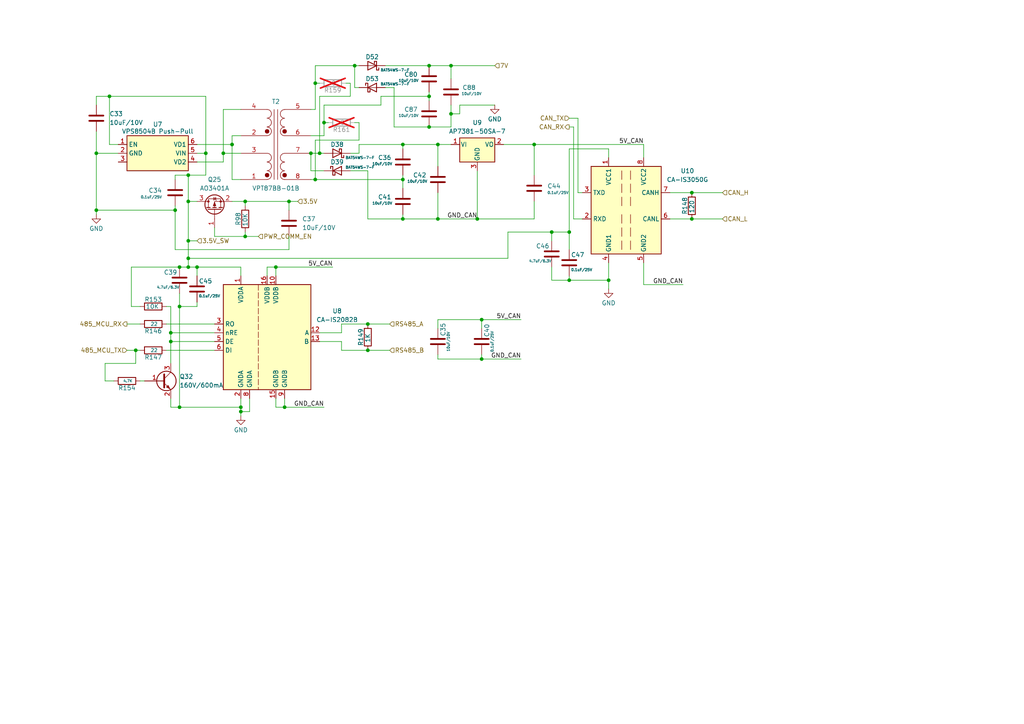
<source format=kicad_sch>
(kicad_sch
	(version 20231120)
	(generator "eeschema")
	(generator_version "8.0")
	(uuid "2014cc7e-6ec8-4554-a682-258a21f32125")
	(paper "A4")
	(lib_symbols
		(symbol "AA_Library:CA-IS2082B"
			(exclude_from_sim no)
			(in_bom yes)
			(on_board yes)
			(property "Reference" "U"
				(at -12.7 16.51 0)
				(effects
					(font
						(size 1.27 1.27)
					)
				)
			)
			(property "Value" "CA-IS2082B"
				(at 13.97 16.51 0)
				(effects
					(font
						(size 1.27 1.27)
					)
				)
			)
			(property "Footprint" "Package_SO:SSOP-16_3.9x4.9mm_P0.635mm"
				(at 0 -29.21 0)
				(effects
					(font
						(size 1.27 1.27)
					)
					(hide yes)
				)
			)
			(property "Datasheet" "https://www.ti.com/lit/ds/symlink/isow1044.pdf"
				(at 0 30.48 0)
				(effects
					(font
						(size 1.27 1.27)
					)
					(hide yes)
				)
			)
			(property "Description" "Isolated CAN FD Transceiver, Integrated DC-DC Converter, 5Mbps, Reinforced Isolation,  SOIC-20W"
				(at 0 -3.81 0)
				(effects
					(font
						(size 1.27 1.27)
					)
					(hide yes)
				)
			)
			(property "ki_keywords" "can transceiver isolated protected integrated isolated supply"
				(at 0 0 0)
				(effects
					(font
						(size 1.27 1.27)
					)
					(hide yes)
				)
			)
			(property "ki_fp_filters" "SOIC*7.5x12.8mm*P1.27mm*"
				(at 0 0 0)
				(effects
					(font
						(size 1.27 1.27)
					)
					(hide yes)
				)
			)
			(symbol "CA-IS2082B_0_1"
				(rectangle
					(start -12.7 15.24)
					(end 12.7 -15.24)
					(stroke
						(width 0.254)
						(type default)
					)
					(fill
						(type background)
					)
				)
			)
			(symbol "CA-IS2082B_1_1"
				(polyline
					(pts
						(xy -2.54 15.24) (xy -2.54 -15.24)
					)
					(stroke
						(width 0)
						(type dash)
					)
					(fill
						(type none)
					)
				)
				(pin power_in line
					(at -7.62 17.78 270)
					(length 2.54)
					(name "VDDA"
						(effects
							(font
								(size 1.27 1.27)
							)
						)
					)
					(number "1"
						(effects
							(font
								(size 1.27 1.27)
							)
						)
					)
				)
				(pin power_in line
					(at 2.54 17.78 270)
					(length 2.54)
					(name "VDDB"
						(effects
							(font
								(size 1.27 1.27)
							)
						)
					)
					(number "10"
						(effects
							(font
								(size 1.27 1.27)
							)
						)
					)
				)
				(pin no_connect line
					(at 15.24 -7.62 180)
					(length 2.54) hide
					(name "NC"
						(effects
							(font
								(size 1.27 1.27)
							)
						)
					)
					(number "11"
						(effects
							(font
								(size 1.27 1.27)
							)
						)
					)
				)
				(pin output line
					(at 15.24 1.27 180)
					(length 2.54)
					(name "A"
						(effects
							(font
								(size 1.27 1.27)
							)
						)
					)
					(number "12"
						(effects
							(font
								(size 1.27 1.27)
							)
						)
					)
				)
				(pin output line
					(at 15.24 -1.27 180)
					(length 2.54)
					(name "B"
						(effects
							(font
								(size 1.27 1.27)
							)
						)
					)
					(number "13"
						(effects
							(font
								(size 1.27 1.27)
							)
						)
					)
				)
				(pin no_connect line
					(at 15.24 -10.16 180)
					(length 2.54) hide
					(name "NC"
						(effects
							(font
								(size 1.27 1.27)
							)
						)
					)
					(number "14"
						(effects
							(font
								(size 1.27 1.27)
							)
						)
					)
				)
				(pin power_in line
					(at 2.54 -17.78 90)
					(length 2.54)
					(name "GNDB"
						(effects
							(font
								(size 1.27 1.27)
							)
						)
					)
					(number "15"
						(effects
							(font
								(size 1.27 1.27)
							)
						)
					)
				)
				(pin power_in line
					(at 0 17.78 270)
					(length 2.54)
					(name "VDDB"
						(effects
							(font
								(size 1.27 1.27)
							)
						)
					)
					(number "16"
						(effects
							(font
								(size 1.27 1.27)
							)
						)
					)
				)
				(pin power_in line
					(at -7.62 -17.78 90)
					(length 2.54)
					(name "GNDA"
						(effects
							(font
								(size 1.27 1.27)
							)
						)
					)
					(number "2"
						(effects
							(font
								(size 1.27 1.27)
							)
						)
					)
				)
				(pin output line
					(at -15.24 3.81 0)
					(length 2.54)
					(name "RO"
						(effects
							(font
								(size 1.27 1.27)
							)
						)
					)
					(number "3"
						(effects
							(font
								(size 1.27 1.27)
							)
						)
					)
				)
				(pin input line
					(at -15.24 1.27 0)
					(length 2.54)
					(name "nRE"
						(effects
							(font
								(size 1.27 1.27)
							)
						)
					)
					(number "4"
						(effects
							(font
								(size 1.27 1.27)
							)
						)
					)
				)
				(pin input line
					(at -15.24 -1.27 0)
					(length 2.54)
					(name "DE"
						(effects
							(font
								(size 1.27 1.27)
							)
						)
					)
					(number "5"
						(effects
							(font
								(size 1.27 1.27)
							)
						)
					)
				)
				(pin input line
					(at -15.24 -3.81 0)
					(length 2.54)
					(name "DI"
						(effects
							(font
								(size 1.27 1.27)
							)
						)
					)
					(number "6"
						(effects
							(font
								(size 1.27 1.27)
							)
						)
					)
				)
				(pin no_connect line
					(at -15.24 -6.35 0)
					(length 2.54) hide
					(name "NC"
						(effects
							(font
								(size 1.27 1.27)
							)
						)
					)
					(number "7"
						(effects
							(font
								(size 1.27 1.27)
							)
						)
					)
				)
				(pin power_in line
					(at -5.08 -17.78 90)
					(length 2.54)
					(name "GNDA"
						(effects
							(font
								(size 1.27 1.27)
							)
						)
					)
					(number "8"
						(effects
							(font
								(size 1.27 1.27)
							)
						)
					)
				)
				(pin power_in line
					(at 5.08 -17.78 90)
					(length 2.54)
					(name "GNDB"
						(effects
							(font
								(size 1.27 1.27)
							)
						)
					)
					(number "9"
						(effects
							(font
								(size 1.27 1.27)
							)
						)
					)
				)
			)
		)
		(symbol "AA_Library:CA-IS3050G"
			(exclude_from_sim no)
			(in_bom yes)
			(on_board yes)
			(property "Reference" "U10"
				(at 7.2741 17.78 0)
				(effects
					(font
						(size 1.27 1.27)
					)
					(justify left)
				)
			)
			(property "Value" "CA-IS3050G"
				(at 7.2741 15.24 0)
				(effects
					(font
						(size 1.27 1.27)
					)
					(justify left)
				)
			)
			(property "Footprint" "Package_SO:SOIC-8_7.5x5.85mm_P1.27mm"
				(at 0 -22.86 0)
				(effects
					(font
						(size 1.27 1.27)
					)
					(hide yes)
				)
			)
			(property "Datasheet" "~"
				(at -7.62 15.24 0)
				(effects
					(font
						(size 1.27 1.27)
					)
					(hide yes)
				)
			)
			(property "Description" "Isolated CAN Transceiver 1.0kV, up to 5Mbps"
				(at 0 0 0)
				(effects
					(font
						(size 1.27 1.27)
					)
					(hide yes)
				)
			)
			(property "ki_keywords" "can transceiver isolated protected"
				(at 0 0 0)
				(effects
					(font
						(size 1.27 1.27)
					)
					(hide yes)
				)
			)
			(property "ki_fp_filters" "SOIC*7.5x10.3mm*P1.27mm*"
				(at 0 0 0)
				(effects
					(font
						(size 1.27 1.27)
					)
					(hide yes)
				)
			)
			(symbol "CA-IS3050G_0_1"
				(rectangle
					(start -10.16 12.7)
					(end 10.16 -12.7)
					(stroke
						(width 0.254)
						(type default)
					)
					(fill
						(type background)
					)
				)
				(polyline
					(pts
						(xy -1.27 -11.43) (xy -1.27 -8.89)
					)
					(stroke
						(width 0)
						(type default)
					)
					(fill
						(type none)
					)
				)
				(polyline
					(pts
						(xy -1.27 3.81) (xy -1.27 1.27)
					)
					(stroke
						(width 0)
						(type default)
					)
					(fill
						(type none)
					)
				)
				(polyline
					(pts
						(xy -1.27 7.62) (xy -1.27 5.08)
					)
					(stroke
						(width 0)
						(type default)
					)
					(fill
						(type none)
					)
				)
				(polyline
					(pts
						(xy -1.27 11.43) (xy -1.27 8.89)
					)
					(stroke
						(width 0)
						(type default)
					)
					(fill
						(type none)
					)
				)
				(polyline
					(pts
						(xy 1.27 -11.43) (xy 1.27 -8.89)
					)
					(stroke
						(width 0)
						(type default)
					)
					(fill
						(type none)
					)
				)
				(polyline
					(pts
						(xy 1.27 -7.62) (xy 1.27 -5.08)
					)
					(stroke
						(width 0)
						(type default)
					)
					(fill
						(type none)
					)
				)
				(polyline
					(pts
						(xy 1.27 -3.81) (xy 1.27 -1.27)
					)
					(stroke
						(width 0)
						(type default)
					)
					(fill
						(type none)
					)
				)
				(polyline
					(pts
						(xy 1.27 1.27) (xy 1.27 3.81)
					)
					(stroke
						(width 0)
						(type default)
					)
					(fill
						(type none)
					)
				)
				(polyline
					(pts
						(xy 1.27 5.08) (xy 1.27 7.62)
					)
					(stroke
						(width 0)
						(type default)
					)
					(fill
						(type none)
					)
				)
				(polyline
					(pts
						(xy 1.27 8.89) (xy 1.27 11.43)
					)
					(stroke
						(width 0)
						(type default)
					)
					(fill
						(type none)
					)
				)
				(polyline
					(pts
						(xy -1.27 -7.62) (xy -1.27 -6.35) (xy -1.27 -5.08)
					)
					(stroke
						(width 0)
						(type default)
					)
					(fill
						(type none)
					)
				)
				(polyline
					(pts
						(xy -1.27 -3.81) (xy -1.27 -2.54) (xy -1.27 -1.27)
					)
					(stroke
						(width 0)
						(type default)
					)
					(fill
						(type none)
					)
				)
			)
			(symbol "CA-IS3050G_1_1"
				(pin power_in line
					(at -5.08 15.24 270)
					(length 2.54)
					(name "VCC1"
						(effects
							(font
								(size 1.27 1.27)
							)
						)
					)
					(number "1"
						(effects
							(font
								(size 1.27 1.27)
							)
						)
					)
				)
				(pin output line
					(at -12.7 -2.54 0)
					(length 2.54)
					(name "RXD"
						(effects
							(font
								(size 1.27 1.27)
							)
						)
					)
					(number "2"
						(effects
							(font
								(size 1.27 1.27)
							)
						)
					)
				)
				(pin input line
					(at -12.7 5.08 0)
					(length 2.54)
					(name "TXD"
						(effects
							(font
								(size 1.27 1.27)
							)
						)
					)
					(number "3"
						(effects
							(font
								(size 1.27 1.27)
							)
						)
					)
				)
				(pin power_in line
					(at -5.08 -15.24 90)
					(length 2.54)
					(name "GND1"
						(effects
							(font
								(size 1.27 1.27)
							)
						)
					)
					(number "4"
						(effects
							(font
								(size 1.27 1.27)
							)
						)
					)
				)
				(pin power_in line
					(at 5.08 -15.24 90)
					(length 2.54)
					(name "GND2"
						(effects
							(font
								(size 1.27 1.27)
							)
						)
					)
					(number "5"
						(effects
							(font
								(size 1.27 1.27)
							)
						)
					)
				)
				(pin bidirectional line
					(at 12.7 -2.54 180)
					(length 2.54)
					(name "CANL"
						(effects
							(font
								(size 1.27 1.27)
							)
						)
					)
					(number "6"
						(effects
							(font
								(size 1.27 1.27)
							)
						)
					)
				)
				(pin bidirectional line
					(at 12.7 5.08 180)
					(length 2.54)
					(name "CANH"
						(effects
							(font
								(size 1.27 1.27)
							)
						)
					)
					(number "7"
						(effects
							(font
								(size 1.27 1.27)
							)
						)
					)
				)
				(pin power_in line
					(at 5.08 15.24 270)
					(length 2.54)
					(name "VCC2"
						(effects
							(font
								(size 1.27 1.27)
							)
						)
					)
					(number "8"
						(effects
							(font
								(size 1.27 1.27)
							)
						)
					)
				)
			)
		)
		(symbol "AA_Library:VPS8702"
			(exclude_from_sim no)
			(in_bom yes)
			(on_board yes)
			(property "Reference" "U"
				(at 0 6.35 0)
				(effects
					(font
						(size 1.27 1.27)
					)
				)
			)
			(property "Value" "VPS8702"
				(at 0 3.81 0)
				(effects
					(font
						(size 1.27 1.27)
					)
				)
			)
			(property "Footprint" "Package_TO_SOT_SMD:SOT-23-6"
				(at 0 0 0)
				(effects
					(font
						(size 1.27 1.27)
					)
					(hide yes)
				)
			)
			(property "Datasheet" ""
				(at 0 0 0)
				(effects
					(font
						(size 1.27 1.27)
					)
					(hide yes)
				)
			)
			(property "Description" ""
				(at 0 0 0)
				(effects
					(font
						(size 1.27 1.27)
					)
					(hide yes)
				)
			)
			(symbol "VPS8702_0_1"
				(rectangle
					(start -8.89 5.08)
					(end 8.89 -5.08)
					(stroke
						(width 0.254)
						(type default)
					)
					(fill
						(type background)
					)
				)
			)
			(symbol "VPS8702_1_1"
				(pin input line
					(at -11.43 2.54 0)
					(length 2.54)
					(name "EN"
						(effects
							(font
								(size 1.27 1.27)
							)
						)
					)
					(number "1"
						(effects
							(font
								(size 1.27 1.27)
							)
						)
					)
				)
				(pin input line
					(at -11.43 0 0)
					(length 2.54)
					(name "GND"
						(effects
							(font
								(size 1.27 1.27)
							)
						)
					)
					(number "2"
						(effects
							(font
								(size 1.27 1.27)
							)
						)
					)
				)
				(pin input line
					(at -11.43 -2.54 0)
					(length 2.54)
					(name ""
						(effects
							(font
								(size 1.27 1.27)
							)
						)
					)
					(number "3"
						(effects
							(font
								(size 1.27 1.27)
							)
						)
					)
				)
				(pin input line
					(at 11.43 -2.54 180)
					(length 2.54)
					(name "VD2"
						(effects
							(font
								(size 1.27 1.27)
							)
						)
					)
					(number "4"
						(effects
							(font
								(size 1.27 1.27)
							)
						)
					)
				)
				(pin input line
					(at 11.43 0 180)
					(length 2.54)
					(name "VIN"
						(effects
							(font
								(size 1.27 1.27)
							)
						)
					)
					(number "5"
						(effects
							(font
								(size 1.27 1.27)
							)
						)
					)
				)
				(pin input line
					(at 11.43 2.54 180)
					(length 2.54)
					(name "VD1"
						(effects
							(font
								(size 1.27 1.27)
							)
						)
					)
					(number "6"
						(effects
							(font
								(size 1.27 1.27)
							)
						)
					)
				)
			)
		)
		(symbol "AA_Library:VPT87DDF01B"
			(exclude_from_sim no)
			(in_bom yes)
			(on_board yes)
			(property "Reference" "T"
				(at 0 12.954 0)
				(effects
					(font
						(size 1.27 1.27)
					)
				)
			)
			(property "Value" "VPT87DDF01B"
				(at 0 0 0)
				(effects
					(font
						(size 1.27 1.27)
					)
				)
			)
			(property "Footprint" "AA_PCB_Library:VPT87DDF01B"
				(at 0 0 0)
				(effects
					(font
						(size 1.27 1.27)
					)
					(hide yes)
				)
			)
			(property "Datasheet" ""
				(at 0 0 0)
				(effects
					(font
						(size 1.27 1.27)
					)
					(hide yes)
				)
			)
			(property "Description" ""
				(at 0 0 0)
				(effects
					(font
						(size 1.27 1.27)
					)
					(hide yes)
				)
			)
			(symbol "VPT87DDF01B_0_1"
				(arc
					(start -2.54 -10.16)
					(mid -1.6458 -9.7915)
					(end -1.2954 -8.89)
					(stroke
						(width 0)
						(type default)
					)
					(fill
						(type none)
					)
				)
				(arc
					(start -2.54 -7.62)
					(mid -1.6458 -7.2515)
					(end -1.2954 -6.35)
					(stroke
						(width 0)
						(type default)
					)
					(fill
						(type none)
					)
				)
				(arc
					(start -2.54 -5.08)
					(mid -1.6458 -4.7115)
					(end -1.2954 -3.81)
					(stroke
						(width 0)
						(type default)
					)
					(fill
						(type none)
					)
				)
				(arc
					(start -2.54 2.54)
					(mid -1.6458 2.9085)
					(end -1.2954 3.81)
					(stroke
						(width 0)
						(type default)
					)
					(fill
						(type none)
					)
				)
				(arc
					(start -2.54 5.08)
					(mid -1.6458 5.4485)
					(end -1.2954 6.35)
					(stroke
						(width 0)
						(type default)
					)
					(fill
						(type none)
					)
				)
				(arc
					(start -2.54 7.62)
					(mid -1.6458 7.9885)
					(end -1.2954 8.89)
					(stroke
						(width 0)
						(type default)
					)
					(fill
						(type none)
					)
				)
				(arc
					(start -1.2954 -8.89)
					(mid -1.6599 -8.0099)
					(end -2.54 -7.6454)
					(stroke
						(width 0)
						(type default)
					)
					(fill
						(type none)
					)
				)
				(arc
					(start -1.2954 -6.35)
					(mid -1.6599 -5.4699)
					(end -2.54 -5.1054)
					(stroke
						(width 0)
						(type default)
					)
					(fill
						(type none)
					)
				)
				(arc
					(start -1.2954 -3.81)
					(mid -1.6599 -2.9299)
					(end -2.54 -2.5654)
					(stroke
						(width 0)
						(type default)
					)
					(fill
						(type none)
					)
				)
				(arc
					(start -1.2954 3.81)
					(mid -1.6599 4.6901)
					(end -2.54 5.0546)
					(stroke
						(width 0)
						(type default)
					)
					(fill
						(type none)
					)
				)
				(arc
					(start -1.2954 6.35)
					(mid -1.6599 7.2301)
					(end -2.54 7.5946)
					(stroke
						(width 0)
						(type default)
					)
					(fill
						(type none)
					)
				)
				(arc
					(start -1.2954 8.89)
					(mid -1.6599 9.7701)
					(end -2.54 10.1346)
					(stroke
						(width 0)
						(type default)
					)
					(fill
						(type none)
					)
				)
				(polyline
					(pts
						(xy -0.508 -10.16) (xy -0.508 10.16)
					)
					(stroke
						(width 0)
						(type default)
					)
					(fill
						(type none)
					)
				)
				(polyline
					(pts
						(xy 0.508 10.16) (xy 0.508 -10.16)
					)
					(stroke
						(width 0)
						(type default)
					)
					(fill
						(type none)
					)
				)
				(arc
					(start 1.2954 -8.89)
					(mid 1.6599 -9.7701)
					(end 2.54 -10.1346)
					(stroke
						(width 0)
						(type default)
					)
					(fill
						(type none)
					)
				)
				(arc
					(start 1.2954 -6.35)
					(mid 1.6599 -7.2301)
					(end 2.54 -7.5946)
					(stroke
						(width 0)
						(type default)
					)
					(fill
						(type none)
					)
				)
				(arc
					(start 1.2954 -3.81)
					(mid 1.6599 -4.6901)
					(end 2.54 -5.0546)
					(stroke
						(width 0)
						(type default)
					)
					(fill
						(type none)
					)
				)
				(arc
					(start 1.2954 3.81)
					(mid 1.6599 2.9299)
					(end 2.54 2.5654)
					(stroke
						(width 0)
						(type default)
					)
					(fill
						(type none)
					)
				)
				(arc
					(start 1.2954 6.35)
					(mid 1.6599 5.4699)
					(end 2.54 5.1054)
					(stroke
						(width 0)
						(type default)
					)
					(fill
						(type none)
					)
				)
				(arc
					(start 1.2954 8.89)
					(mid 1.6599 8.0099)
					(end 2.54 7.6454)
					(stroke
						(width 0)
						(type default)
					)
					(fill
						(type none)
					)
				)
				(arc
					(start 2.54 -7.62)
					(mid 1.642 -7.992)
					(end 1.2954 -8.89)
					(stroke
						(width 0)
						(type default)
					)
					(fill
						(type none)
					)
				)
				(arc
					(start 2.54 -5.08)
					(mid 1.642 -5.452)
					(end 1.2954 -6.35)
					(stroke
						(width 0)
						(type default)
					)
					(fill
						(type none)
					)
				)
				(arc
					(start 2.54 -2.54)
					(mid 1.642 -2.912)
					(end 1.2954 -3.81)
					(stroke
						(width 0)
						(type default)
					)
					(fill
						(type none)
					)
				)
				(arc
					(start 2.54 5.08)
					(mid 1.642 4.708)
					(end 1.2954 3.81)
					(stroke
						(width 0)
						(type default)
					)
					(fill
						(type none)
					)
				)
				(arc
					(start 2.54 7.62)
					(mid 1.642 7.248)
					(end 1.2954 6.35)
					(stroke
						(width 0)
						(type default)
					)
					(fill
						(type none)
					)
				)
				(arc
					(start 2.54 10.16)
					(mid 1.642 9.788)
					(end 1.2954 8.89)
					(stroke
						(width 0)
						(type default)
					)
					(fill
						(type none)
					)
				)
			)
			(symbol "VPT87DDF01B_1_1"
				(circle
					(center -2.54 -3.81)
					(radius 0.635)
					(stroke
						(width -0.0001)
						(type default)
					)
					(fill
						(type outline)
					)
				)
				(circle
					(center -2.54 8.89)
					(radius 0.635)
					(stroke
						(width -0.0001)
						(type default)
					)
					(fill
						(type outline)
					)
				)
				(circle
					(center 2.54 -3.81)
					(radius 0.635)
					(stroke
						(width -0.0001)
						(type default)
					)
					(fill
						(type outline)
					)
				)
				(circle
					(center 2.54 8.89)
					(radius 0.635)
					(stroke
						(width -0.0001)
						(type default)
					)
					(fill
						(type outline)
					)
				)
				(pin passive line
					(at -10.16 10.16 0)
					(length 7.62)
					(name ""
						(effects
							(font
								(size 1.27 1.27)
							)
						)
					)
					(number "1"
						(effects
							(font
								(size 1.27 1.27)
							)
						)
					)
				)
				(pin passive line
					(at -10.16 -2.54 0)
					(length 7.62)
					(name ""
						(effects
							(font
								(size 1.27 1.27)
							)
						)
					)
					(number "2"
						(effects
							(font
								(size 1.27 1.27)
							)
						)
					)
				)
				(pin passive line
					(at -10.16 2.54 0)
					(length 7.62)
					(name ""
						(effects
							(font
								(size 1.27 1.27)
							)
						)
					)
					(number "3"
						(effects
							(font
								(size 1.27 1.27)
							)
						)
					)
				)
				(pin passive line
					(at -10.16 -10.16 0)
					(length 7.62)
					(name ""
						(effects
							(font
								(size 1.27 1.27)
							)
						)
					)
					(number "4"
						(effects
							(font
								(size 1.27 1.27)
							)
						)
					)
				)
				(pin passive line
					(at 10.16 -10.16 180)
					(length 7.62)
					(name ""
						(effects
							(font
								(size 1.27 1.27)
							)
						)
					)
					(number "5"
						(effects
							(font
								(size 1.27 1.27)
							)
						)
					)
				)
				(pin passive line
					(at 10.16 -2.54 180)
					(length 7.62)
					(name ""
						(effects
							(font
								(size 1.27 1.27)
							)
						)
					)
					(number "6"
						(effects
							(font
								(size 1.27 1.27)
							)
						)
					)
				)
				(pin passive line
					(at 10.16 2.54 180)
					(length 7.62)
					(name ""
						(effects
							(font
								(size 1.27 1.27)
							)
						)
					)
					(number "7"
						(effects
							(font
								(size 1.27 1.27)
							)
						)
					)
				)
				(pin passive line
					(at 10.16 10.16 180)
					(length 7.62)
					(name ""
						(effects
							(font
								(size 1.27 1.27)
							)
						)
					)
					(number "8"
						(effects
							(font
								(size 1.27 1.27)
							)
						)
					)
				)
			)
		)
		(symbol "Device:C"
			(pin_numbers hide)
			(pin_names
				(offset 0.254)
			)
			(exclude_from_sim no)
			(in_bom yes)
			(on_board yes)
			(property "Reference" "C"
				(at 0.635 2.54 0)
				(effects
					(font
						(size 1.27 1.27)
					)
					(justify left)
				)
			)
			(property "Value" "C"
				(at 0.635 -2.54 0)
				(effects
					(font
						(size 1.27 1.27)
					)
					(justify left)
				)
			)
			(property "Footprint" ""
				(at 0.9652 -3.81 0)
				(effects
					(font
						(size 1.27 1.27)
					)
					(hide yes)
				)
			)
			(property "Datasheet" "~"
				(at 0 0 0)
				(effects
					(font
						(size 1.27 1.27)
					)
					(hide yes)
				)
			)
			(property "Description" "Unpolarized capacitor"
				(at 0 0 0)
				(effects
					(font
						(size 1.27 1.27)
					)
					(hide yes)
				)
			)
			(property "ki_keywords" "cap capacitor"
				(at 0 0 0)
				(effects
					(font
						(size 1.27 1.27)
					)
					(hide yes)
				)
			)
			(property "ki_fp_filters" "C_*"
				(at 0 0 0)
				(effects
					(font
						(size 1.27 1.27)
					)
					(hide yes)
				)
			)
			(symbol "C_0_1"
				(polyline
					(pts
						(xy -2.032 -0.762) (xy 2.032 -0.762)
					)
					(stroke
						(width 0.508)
						(type default)
					)
					(fill
						(type none)
					)
				)
				(polyline
					(pts
						(xy -2.032 0.762) (xy 2.032 0.762)
					)
					(stroke
						(width 0.508)
						(type default)
					)
					(fill
						(type none)
					)
				)
			)
			(symbol "C_1_1"
				(pin passive line
					(at 0 3.81 270)
					(length 2.794)
					(name "~"
						(effects
							(font
								(size 1.27 1.27)
							)
						)
					)
					(number "1"
						(effects
							(font
								(size 1.27 1.27)
							)
						)
					)
				)
				(pin passive line
					(at 0 -3.81 90)
					(length 2.794)
					(name "~"
						(effects
							(font
								(size 1.27 1.27)
							)
						)
					)
					(number "2"
						(effects
							(font
								(size 1.27 1.27)
							)
						)
					)
				)
			)
		)
		(symbol "Device:R"
			(pin_numbers hide)
			(pin_names
				(offset 0)
			)
			(exclude_from_sim no)
			(in_bom yes)
			(on_board yes)
			(property "Reference" "R"
				(at 2.032 0 90)
				(effects
					(font
						(size 1.27 1.27)
					)
				)
			)
			(property "Value" "R"
				(at 0 0 90)
				(effects
					(font
						(size 1.27 1.27)
					)
				)
			)
			(property "Footprint" ""
				(at -1.778 0 90)
				(effects
					(font
						(size 1.27 1.27)
					)
					(hide yes)
				)
			)
			(property "Datasheet" "~"
				(at 0 0 0)
				(effects
					(font
						(size 1.27 1.27)
					)
					(hide yes)
				)
			)
			(property "Description" "Resistor"
				(at 0 0 0)
				(effects
					(font
						(size 1.27 1.27)
					)
					(hide yes)
				)
			)
			(property "ki_keywords" "R res resistor"
				(at 0 0 0)
				(effects
					(font
						(size 1.27 1.27)
					)
					(hide yes)
				)
			)
			(property "ki_fp_filters" "R_*"
				(at 0 0 0)
				(effects
					(font
						(size 1.27 1.27)
					)
					(hide yes)
				)
			)
			(symbol "R_0_1"
				(rectangle
					(start -1.016 -2.54)
					(end 1.016 2.54)
					(stroke
						(width 0.254)
						(type default)
					)
					(fill
						(type none)
					)
				)
			)
			(symbol "R_1_1"
				(pin passive line
					(at 0 3.81 270)
					(length 1.27)
					(name "~"
						(effects
							(font
								(size 1.27 1.27)
							)
						)
					)
					(number "1"
						(effects
							(font
								(size 1.27 1.27)
							)
						)
					)
				)
				(pin passive line
					(at 0 -3.81 90)
					(length 1.27)
					(name "~"
						(effects
							(font
								(size 1.27 1.27)
							)
						)
					)
					(number "2"
						(effects
							(font
								(size 1.27 1.27)
							)
						)
					)
				)
			)
		)
		(symbol "Diode:1N5819WS"
			(pin_numbers hide)
			(pin_names
				(offset 1.016) hide)
			(exclude_from_sim no)
			(in_bom yes)
			(on_board yes)
			(property "Reference" "D"
				(at 0 2.54 0)
				(effects
					(font
						(size 1.27 1.27)
					)
				)
			)
			(property "Value" "1N5819WS"
				(at 0 -2.54 0)
				(effects
					(font
						(size 1.27 1.27)
					)
				)
			)
			(property "Footprint" "Diode_SMD:D_SOD-323"
				(at 0 -4.445 0)
				(effects
					(font
						(size 1.27 1.27)
					)
					(hide yes)
				)
			)
			(property "Datasheet" "https://datasheet.lcsc.com/lcsc/2204281430_Guangdong-Hottech-1N5819WS_C191023.pdf"
				(at 0 0 0)
				(effects
					(font
						(size 1.27 1.27)
					)
					(hide yes)
				)
			)
			(property "Description" "40V 600mV@1A 1A SOD-323 Schottky Barrier Diodes, SOD-323"
				(at 0 0 0)
				(effects
					(font
						(size 1.27 1.27)
					)
					(hide yes)
				)
			)
			(property "ki_keywords" "diode Schottky"
				(at 0 0 0)
				(effects
					(font
						(size 1.27 1.27)
					)
					(hide yes)
				)
			)
			(property "ki_fp_filters" "D*SOD?323*"
				(at 0 0 0)
				(effects
					(font
						(size 1.27 1.27)
					)
					(hide yes)
				)
			)
			(symbol "1N5819WS_0_1"
				(polyline
					(pts
						(xy 1.27 0) (xy -1.27 0)
					)
					(stroke
						(width 0)
						(type default)
					)
					(fill
						(type none)
					)
				)
				(polyline
					(pts
						(xy 1.27 1.27) (xy 1.27 -1.27) (xy -1.27 0) (xy 1.27 1.27)
					)
					(stroke
						(width 0.254)
						(type default)
					)
					(fill
						(type none)
					)
				)
				(polyline
					(pts
						(xy -1.905 0.635) (xy -1.905 1.27) (xy -1.27 1.27) (xy -1.27 -1.27) (xy -0.635 -1.27) (xy -0.635 -0.635)
					)
					(stroke
						(width 0.254)
						(type default)
					)
					(fill
						(type none)
					)
				)
			)
			(symbol "1N5819WS_1_1"
				(pin passive line
					(at -3.81 0 0)
					(length 2.54)
					(name "K"
						(effects
							(font
								(size 1.27 1.27)
							)
						)
					)
					(number "1"
						(effects
							(font
								(size 1.27 1.27)
							)
						)
					)
				)
				(pin passive line
					(at 3.81 0 180)
					(length 2.54)
					(name "A"
						(effects
							(font
								(size 1.27 1.27)
							)
						)
					)
					(number "2"
						(effects
							(font
								(size 1.27 1.27)
							)
						)
					)
				)
			)
		)
		(symbol "Regulator_Linear:AP7384-33SA"
			(pin_names
				(offset 0.254)
			)
			(exclude_from_sim no)
			(in_bom yes)
			(on_board yes)
			(property "Reference" "U"
				(at -3.81 3.175 0)
				(effects
					(font
						(size 1.27 1.27)
					)
				)
			)
			(property "Value" "AP7384-33SA"
				(at 0 3.175 0)
				(effects
					(font
						(size 1.27 1.27)
					)
					(justify left)
				)
			)
			(property "Footprint" "Package_TO_SOT_SMD:SOT-23"
				(at 0 5.715 0)
				(effects
					(font
						(size 1.27 1.27)
						(italic yes)
					)
					(hide yes)
				)
			)
			(property "Datasheet" "https://www.diodes.com/assets/Datasheets/AP7384.pdf"
				(at 0 -1.27 0)
				(effects
					(font
						(size 1.27 1.27)
					)
					(hide yes)
				)
			)
			(property "Description" "50mA Low Dropout Voltage Regulator, Fixed Output 3.3V, Wide Input Voltage Range 40V, SOT-23"
				(at 0 0 0)
				(effects
					(font
						(size 1.27 1.27)
					)
					(hide yes)
				)
			)
			(property "ki_keywords" "50mA LDO Regulator Fixed Positive"
				(at 0 0 0)
				(effects
					(font
						(size 1.27 1.27)
					)
					(hide yes)
				)
			)
			(property "ki_fp_filters" "SOT?23*"
				(at 0 0 0)
				(effects
					(font
						(size 1.27 1.27)
					)
					(hide yes)
				)
			)
			(symbol "AP7384-33SA_0_1"
				(rectangle
					(start -5.08 1.905)
					(end 5.08 -5.08)
					(stroke
						(width 0.254)
						(type default)
					)
					(fill
						(type background)
					)
				)
			)
			(symbol "AP7384-33SA_1_1"
				(pin power_in line
					(at -7.62 0 0)
					(length 2.54)
					(name "VI"
						(effects
							(font
								(size 1.27 1.27)
							)
						)
					)
					(number "1"
						(effects
							(font
								(size 1.27 1.27)
							)
						)
					)
				)
				(pin power_out line
					(at 7.62 0 180)
					(length 2.54)
					(name "VO"
						(effects
							(font
								(size 1.27 1.27)
							)
						)
					)
					(number "2"
						(effects
							(font
								(size 1.27 1.27)
							)
						)
					)
				)
				(pin power_in line
					(at 0 -7.62 90)
					(length 2.54)
					(name "GND"
						(effects
							(font
								(size 1.27 1.27)
							)
						)
					)
					(number "3"
						(effects
							(font
								(size 1.27 1.27)
							)
						)
					)
				)
			)
		)
		(symbol "Transistor_BJT:BC817"
			(pin_names
				(offset 0) hide)
			(exclude_from_sim no)
			(in_bom yes)
			(on_board yes)
			(property "Reference" "Q"
				(at 5.08 1.905 0)
				(effects
					(font
						(size 1.27 1.27)
					)
					(justify left)
				)
			)
			(property "Value" "BC817"
				(at 5.08 0 0)
				(effects
					(font
						(size 1.27 1.27)
					)
					(justify left)
				)
			)
			(property "Footprint" "Package_TO_SOT_SMD:SOT-23"
				(at 5.08 -1.905 0)
				(effects
					(font
						(size 1.27 1.27)
						(italic yes)
					)
					(justify left)
					(hide yes)
				)
			)
			(property "Datasheet" "https://www.onsemi.com/pub/Collateral/BC818-D.pdf"
				(at 0 0 0)
				(effects
					(font
						(size 1.27 1.27)
					)
					(justify left)
					(hide yes)
				)
			)
			(property "Description" "0.8A Ic, 45V Vce, NPN Transistor, SOT-23"
				(at 0 0 0)
				(effects
					(font
						(size 1.27 1.27)
					)
					(hide yes)
				)
			)
			(property "ki_keywords" "NPN Transistor"
				(at 0 0 0)
				(effects
					(font
						(size 1.27 1.27)
					)
					(hide yes)
				)
			)
			(property "ki_fp_filters" "SOT?23*"
				(at 0 0 0)
				(effects
					(font
						(size 1.27 1.27)
					)
					(hide yes)
				)
			)
			(symbol "BC817_0_1"
				(polyline
					(pts
						(xy 0.635 0.635) (xy 2.54 2.54)
					)
					(stroke
						(width 0)
						(type default)
					)
					(fill
						(type none)
					)
				)
				(polyline
					(pts
						(xy 0.635 -0.635) (xy 2.54 -2.54) (xy 2.54 -2.54)
					)
					(stroke
						(width 0)
						(type default)
					)
					(fill
						(type none)
					)
				)
				(polyline
					(pts
						(xy 0.635 1.905) (xy 0.635 -1.905) (xy 0.635 -1.905)
					)
					(stroke
						(width 0.508)
						(type default)
					)
					(fill
						(type none)
					)
				)
				(polyline
					(pts
						(xy 1.27 -1.778) (xy 1.778 -1.27) (xy 2.286 -2.286) (xy 1.27 -1.778) (xy 1.27 -1.778)
					)
					(stroke
						(width 0)
						(type default)
					)
					(fill
						(type outline)
					)
				)
				(circle
					(center 1.27 0)
					(radius 2.8194)
					(stroke
						(width 0.254)
						(type default)
					)
					(fill
						(type none)
					)
				)
			)
			(symbol "BC817_1_1"
				(pin input line
					(at -5.08 0 0)
					(length 5.715)
					(name "B"
						(effects
							(font
								(size 1.27 1.27)
							)
						)
					)
					(number "1"
						(effects
							(font
								(size 1.27 1.27)
							)
						)
					)
				)
				(pin passive line
					(at 2.54 -5.08 90)
					(length 2.54)
					(name "E"
						(effects
							(font
								(size 1.27 1.27)
							)
						)
					)
					(number "2"
						(effects
							(font
								(size 1.27 1.27)
							)
						)
					)
				)
				(pin passive line
					(at 2.54 5.08 270)
					(length 2.54)
					(name "C"
						(effects
							(font
								(size 1.27 1.27)
							)
						)
					)
					(number "3"
						(effects
							(font
								(size 1.27 1.27)
							)
						)
					)
				)
			)
		)
		(symbol "Transistor_FET:AO3401A"
			(pin_names hide)
			(exclude_from_sim no)
			(in_bom yes)
			(on_board yes)
			(property "Reference" "Q"
				(at 5.08 1.905 0)
				(effects
					(font
						(size 1.27 1.27)
					)
					(justify left)
				)
			)
			(property "Value" "AO3401A"
				(at 5.08 0 0)
				(effects
					(font
						(size 1.27 1.27)
					)
					(justify left)
				)
			)
			(property "Footprint" "Package_TO_SOT_SMD:SOT-23"
				(at 5.08 -1.905 0)
				(effects
					(font
						(size 1.27 1.27)
						(italic yes)
					)
					(justify left)
					(hide yes)
				)
			)
			(property "Datasheet" "http://www.aosmd.com/pdfs/datasheet/AO3401A.pdf"
				(at 5.08 -3.81 0)
				(effects
					(font
						(size 1.27 1.27)
					)
					(justify left)
					(hide yes)
				)
			)
			(property "Description" "-4.0A Id, -30V Vds, P-Channel MOSFET, SOT-23"
				(at 0 0 0)
				(effects
					(font
						(size 1.27 1.27)
					)
					(hide yes)
				)
			)
			(property "ki_keywords" "P-Channel MOSFET"
				(at 0 0 0)
				(effects
					(font
						(size 1.27 1.27)
					)
					(hide yes)
				)
			)
			(property "ki_fp_filters" "SOT?23*"
				(at 0 0 0)
				(effects
					(font
						(size 1.27 1.27)
					)
					(hide yes)
				)
			)
			(symbol "AO3401A_0_1"
				(polyline
					(pts
						(xy 0.254 0) (xy -2.54 0)
					)
					(stroke
						(width 0)
						(type default)
					)
					(fill
						(type none)
					)
				)
				(polyline
					(pts
						(xy 0.254 1.905) (xy 0.254 -1.905)
					)
					(stroke
						(width 0.254)
						(type default)
					)
					(fill
						(type none)
					)
				)
				(polyline
					(pts
						(xy 0.762 -1.27) (xy 0.762 -2.286)
					)
					(stroke
						(width 0.254)
						(type default)
					)
					(fill
						(type none)
					)
				)
				(polyline
					(pts
						(xy 0.762 0.508) (xy 0.762 -0.508)
					)
					(stroke
						(width 0.254)
						(type default)
					)
					(fill
						(type none)
					)
				)
				(polyline
					(pts
						(xy 0.762 2.286) (xy 0.762 1.27)
					)
					(stroke
						(width 0.254)
						(type default)
					)
					(fill
						(type none)
					)
				)
				(polyline
					(pts
						(xy 2.54 2.54) (xy 2.54 1.778)
					)
					(stroke
						(width 0)
						(type default)
					)
					(fill
						(type none)
					)
				)
				(polyline
					(pts
						(xy 2.54 -2.54) (xy 2.54 0) (xy 0.762 0)
					)
					(stroke
						(width 0)
						(type default)
					)
					(fill
						(type none)
					)
				)
				(polyline
					(pts
						(xy 0.762 1.778) (xy 3.302 1.778) (xy 3.302 -1.778) (xy 0.762 -1.778)
					)
					(stroke
						(width 0)
						(type default)
					)
					(fill
						(type none)
					)
				)
				(polyline
					(pts
						(xy 2.286 0) (xy 1.27 0.381) (xy 1.27 -0.381) (xy 2.286 0)
					)
					(stroke
						(width 0)
						(type default)
					)
					(fill
						(type outline)
					)
				)
				(polyline
					(pts
						(xy 2.794 -0.508) (xy 2.921 -0.381) (xy 3.683 -0.381) (xy 3.81 -0.254)
					)
					(stroke
						(width 0)
						(type default)
					)
					(fill
						(type none)
					)
				)
				(polyline
					(pts
						(xy 3.302 -0.381) (xy 2.921 0.254) (xy 3.683 0.254) (xy 3.302 -0.381)
					)
					(stroke
						(width 0)
						(type default)
					)
					(fill
						(type none)
					)
				)
				(circle
					(center 1.651 0)
					(radius 2.794)
					(stroke
						(width 0.254)
						(type default)
					)
					(fill
						(type none)
					)
				)
				(circle
					(center 2.54 -1.778)
					(radius 0.254)
					(stroke
						(width 0)
						(type default)
					)
					(fill
						(type outline)
					)
				)
				(circle
					(center 2.54 1.778)
					(radius 0.254)
					(stroke
						(width 0)
						(type default)
					)
					(fill
						(type outline)
					)
				)
			)
			(symbol "AO3401A_1_1"
				(pin input line
					(at -5.08 0 0)
					(length 2.54)
					(name "G"
						(effects
							(font
								(size 1.27 1.27)
							)
						)
					)
					(number "1"
						(effects
							(font
								(size 1.27 1.27)
							)
						)
					)
				)
				(pin passive line
					(at 2.54 -5.08 90)
					(length 2.54)
					(name "S"
						(effects
							(font
								(size 1.27 1.27)
							)
						)
					)
					(number "2"
						(effects
							(font
								(size 1.27 1.27)
							)
						)
					)
				)
				(pin passive line
					(at 2.54 5.08 270)
					(length 2.54)
					(name "D"
						(effects
							(font
								(size 1.27 1.27)
							)
						)
					)
					(number "3"
						(effects
							(font
								(size 1.27 1.27)
							)
						)
					)
				)
			)
		)
		(symbol "power:GND"
			(power)
			(pin_numbers hide)
			(pin_names
				(offset 0) hide)
			(exclude_from_sim no)
			(in_bom yes)
			(on_board yes)
			(property "Reference" "#PWR"
				(at 0 -6.35 0)
				(effects
					(font
						(size 1.27 1.27)
					)
					(hide yes)
				)
			)
			(property "Value" "GND"
				(at 0 -3.81 0)
				(effects
					(font
						(size 1.27 1.27)
					)
				)
			)
			(property "Footprint" ""
				(at 0 0 0)
				(effects
					(font
						(size 1.27 1.27)
					)
					(hide yes)
				)
			)
			(property "Datasheet" ""
				(at 0 0 0)
				(effects
					(font
						(size 1.27 1.27)
					)
					(hide yes)
				)
			)
			(property "Description" "Power symbol creates a global label with name \"GND\" , ground"
				(at 0 0 0)
				(effects
					(font
						(size 1.27 1.27)
					)
					(hide yes)
				)
			)
			(property "ki_keywords" "global power"
				(at 0 0 0)
				(effects
					(font
						(size 1.27 1.27)
					)
					(hide yes)
				)
			)
			(symbol "GND_0_1"
				(polyline
					(pts
						(xy 0 0) (xy 0 -1.27) (xy 1.27 -1.27) (xy 0 -2.54) (xy -1.27 -1.27) (xy 0 -1.27)
					)
					(stroke
						(width 0)
						(type default)
					)
					(fill
						(type none)
					)
				)
			)
			(symbol "GND_1_1"
				(pin power_in line
					(at 0 0 270)
					(length 0)
					(name "~"
						(effects
							(font
								(size 1.27 1.27)
							)
						)
					)
					(number "1"
						(effects
							(font
								(size 1.27 1.27)
							)
						)
					)
				)
			)
		)
	)
	(junction
		(at 160.02 67.31)
		(diameter 0)
		(color 0 0 0 0)
		(uuid "07ecb2f1-172c-4f6f-90e6-0b037bba4ffa")
	)
	(junction
		(at 200.66 63.5)
		(diameter 0)
		(color 0 0 0 0)
		(uuid "08c5a344-78bd-48d4-ad27-3af3644c282f")
	)
	(junction
		(at 67.31 41.91)
		(diameter 0)
		(color 0 0 0 0)
		(uuid "0b240fbf-8675-4429-9b7f-0e9d866abda0")
	)
	(junction
		(at 92.71 44.45)
		(diameter 0)
		(color 0 0 0 0)
		(uuid "1071c8a9-44c4-4188-85df-49297a3f353e")
	)
	(junction
		(at 54.61 74.93)
		(diameter 0)
		(color 0 0 0 0)
		(uuid "15b183f3-4953-447c-a7e3-c842e0151ec3")
	)
	(junction
		(at 127 63.5)
		(diameter 0)
		(color 0 0 0 0)
		(uuid "17557ada-3749-4470-9375-3f76476623db")
	)
	(junction
		(at 49.53 96.52)
		(diameter 0)
		(color 0 0 0 0)
		(uuid "22990d10-5983-4864-ba87-75d9daa5700c")
	)
	(junction
		(at 138.43 63.5)
		(diameter 0)
		(color 0 0 0 0)
		(uuid "230d9e88-a9e4-4eb1-a817-836aa08fd084")
	)
	(junction
		(at 90.17 44.45)
		(diameter 0)
		(color 0 0 0 0)
		(uuid "2613ae66-4101-4c33-a533-dd80f19e11d9")
	)
	(junction
		(at 50.8 60.96)
		(diameter 0)
		(color 0 0 0 0)
		(uuid "2cd3fc67-9c4c-4af3-9861-4dc25f313739")
	)
	(junction
		(at 71.12 58.42)
		(diameter 0)
		(color 0 0 0 0)
		(uuid "32776815-4f9d-46de-a8a1-ba7b77892ef0")
	)
	(junction
		(at 59.69 44.45)
		(diameter 0)
		(color 0 0 0 0)
		(uuid "333e9a45-1f37-4e42-9e18-4e43001d7433")
	)
	(junction
		(at 124.46 19.05)
		(diameter 0)
		(color 0 0 0 0)
		(uuid "36952565-9361-4b2a-a345-3ccded4d2c67")
	)
	(junction
		(at 165.1 67.31)
		(diameter 0)
		(color 0 0 0 0)
		(uuid "3d0127cc-7127-4f52-a864-7f6c30a8992d")
	)
	(junction
		(at 54.61 69.85)
		(diameter 0)
		(color 0 0 0 0)
		(uuid "489d8bad-156e-47db-9ac8-472de8106d77")
	)
	(junction
		(at 124.46 27.94)
		(diameter 0)
		(color 0 0 0 0)
		(uuid "493fc260-14fe-4632-b3cd-05914dfe5cb1")
	)
	(junction
		(at 52.07 77.47)
		(diameter 0)
		(color 0 0 0 0)
		(uuid "4c60909e-2340-44ee-b41b-1100661cd1e4")
	)
	(junction
		(at 102.87 19.05)
		(diameter 0)
		(color 0 0 0 0)
		(uuid "4f2f6a73-1301-44a8-8225-d197df1ece14")
	)
	(junction
		(at 31.75 27.94)
		(diameter 0)
		(color 0 0 0 0)
		(uuid "54465997-4140-47f0-98f0-36b544c6204c")
	)
	(junction
		(at 116.84 41.91)
		(diameter 0)
		(color 0 0 0 0)
		(uuid "5557e348-9655-44bb-8e78-9a3bf1cd7adb")
	)
	(junction
		(at 139.7 104.14)
		(diameter 0)
		(color 0 0 0 0)
		(uuid "56f7065c-ebc2-43bb-aa0b-bf78a4e85b20")
	)
	(junction
		(at 39.37 101.6)
		(diameter 0)
		(color 0 0 0 0)
		(uuid "639bda1f-f68b-4bd6-8eb7-af25d2da4213")
	)
	(junction
		(at 91.44 24.13)
		(diameter 0)
		(color 0 0 0 0)
		(uuid "69fe1cd0-36ce-45b3-8236-7466013e1e27")
	)
	(junction
		(at 83.82 58.42)
		(diameter 0)
		(color 0 0 0 0)
		(uuid "6c9c90a6-50dc-455b-8a22-311103d3f023")
	)
	(junction
		(at 49.53 99.06)
		(diameter 0)
		(color 0 0 0 0)
		(uuid "70acae1a-9267-4f74-82d9-46179692e2a0")
	)
	(junction
		(at 54.61 58.42)
		(diameter 0)
		(color 0 0 0 0)
		(uuid "7129b5b4-4d97-4611-9665-e4708a85c62a")
	)
	(junction
		(at 82.55 118.11)
		(diameter 0)
		(color 0 0 0 0)
		(uuid "8640f6c1-c880-4f96-9b71-14e4bf1ab39e")
	)
	(junction
		(at 165.1 81.28)
		(diameter 0)
		(color 0 0 0 0)
		(uuid "867fc912-c099-426a-9af4-da92f4b86918")
	)
	(junction
		(at 176.53 81.28)
		(diameter 0)
		(color 0 0 0 0)
		(uuid "8a7199d9-b0e3-47f2-9e14-07a76059f493")
	)
	(junction
		(at 106.68 101.6)
		(diameter 0)
		(color 0 0 0 0)
		(uuid "8b583254-0f67-44f6-8e78-213e3676fa71")
	)
	(junction
		(at 57.15 77.47)
		(diameter 0)
		(color 0 0 0 0)
		(uuid "921e2c81-bd14-459a-98f0-80d840e6b959")
	)
	(junction
		(at 69.85 118.11)
		(diameter 0)
		(color 0 0 0 0)
		(uuid "92727db4-1c8c-4e6a-b321-9cd58e6b69a7")
	)
	(junction
		(at 154.94 41.91)
		(diameter 0)
		(color 0 0 0 0)
		(uuid "9b2afd55-0ba8-41b3-9358-858215cb4497")
	)
	(junction
		(at 54.61 77.47)
		(diameter 0)
		(color 0 0 0 0)
		(uuid "9d8cae29-5f02-4b23-9b23-5a96ecde9429")
	)
	(junction
		(at 116.84 63.5)
		(diameter 0)
		(color 0 0 0 0)
		(uuid "9efc1637-76c2-477c-9515-c39e7aa56fb4")
	)
	(junction
		(at 71.12 68.58)
		(diameter 0)
		(color 0 0 0 0)
		(uuid "9f7386c7-1e25-4b30-9b74-b9755557ec33")
	)
	(junction
		(at 27.94 44.45)
		(diameter 0)
		(color 0 0 0 0)
		(uuid "a5777b38-6d4e-47e4-9ce6-d21f4158b6e1")
	)
	(junction
		(at 54.61 50.8)
		(diameter 0)
		(color 0 0 0 0)
		(uuid "a8dd03fc-5dcc-4091-96f8-40d3c62eed45")
	)
	(junction
		(at 52.07 88.9)
		(diameter 0)
		(color 0 0 0 0)
		(uuid "b7540165-77d2-4b19-ab4f-123bf59e5ede")
	)
	(junction
		(at 69.85 119.38)
		(diameter 0)
		(color 0 0 0 0)
		(uuid "b8016dd5-6171-41f4-882a-ae4ec918891a")
	)
	(junction
		(at 106.68 93.98)
		(diameter 0)
		(color 0 0 0 0)
		(uuid "b91d10cd-1bc3-49b5-a77c-1a18db1c0974")
	)
	(junction
		(at 64.77 44.45)
		(diameter 0)
		(color 0 0 0 0)
		(uuid "bb08c78b-9bab-4a3c-8446-a7b3f7823a75")
	)
	(junction
		(at 52.07 118.11)
		(diameter 0)
		(color 0 0 0 0)
		(uuid "bb4cfda4-b420-48e6-8f01-08f0f870f239")
	)
	(junction
		(at 130.81 19.05)
		(diameter 0)
		(color 0 0 0 0)
		(uuid "ca620256-e77a-49db-aba8-f35865fe9438")
	)
	(junction
		(at 139.7 92.71)
		(diameter 0)
		(color 0 0 0 0)
		(uuid "cb666785-3798-4aea-b5eb-a410c23521cb")
	)
	(junction
		(at 27.94 60.96)
		(diameter 0)
		(color 0 0 0 0)
		(uuid "d21e2fcf-afb2-43b4-9787-6c67c2651470")
	)
	(junction
		(at 127 41.91)
		(diameter 0)
		(color 0 0 0 0)
		(uuid "d8861339-b38b-4212-8ba6-1979ae9ac509")
	)
	(junction
		(at 80.01 77.47)
		(diameter 0)
		(color 0 0 0 0)
		(uuid "df86a24b-9c97-4cf3-9062-d0f6622aac81")
	)
	(junction
		(at 116.84 52.07)
		(diameter 0)
		(color 0 0 0 0)
		(uuid "e2869943-2518-4dcc-a289-a68f75aded98")
	)
	(junction
		(at 130.81 33.02)
		(diameter 0)
		(color 0 0 0 0)
		(uuid "e503bf20-680d-4664-8094-ce9947338517")
	)
	(junction
		(at 91.44 52.07)
		(diameter 0)
		(color 0 0 0 0)
		(uuid "e551cc84-78b4-4f53-a697-ecca83113128")
	)
	(junction
		(at 93.98 35.56)
		(diameter 0)
		(color 0 0 0 0)
		(uuid "e7644fe5-0ab3-4236-b686-e3cf91f1f29c")
	)
	(junction
		(at 124.46 36.83)
		(diameter 0)
		(color 0 0 0 0)
		(uuid "ee08347e-ccae-46e6-aaa8-0cc91faa2866")
	)
	(junction
		(at 200.66 55.88)
		(diameter 0)
		(color 0 0 0 0)
		(uuid "ee445b61-3a83-4ff7-a9cb-749689e91783")
	)
	(wire
		(pts
			(xy 194.31 55.88) (xy 200.66 55.88)
		)
		(stroke
			(width 0)
			(type default)
		)
		(uuid "00ce40aa-2add-44f7-bead-41aff901bd68")
	)
	(wire
		(pts
			(xy 165.1 43.18) (xy 165.1 67.31)
		)
		(stroke
			(width 0)
			(type default)
		)
		(uuid "01146974-168f-4a53-89d5-4e444ebafb8a")
	)
	(wire
		(pts
			(xy 72.39 119.38) (xy 69.85 119.38)
		)
		(stroke
			(width 0)
			(type default)
		)
		(uuid "0439ae74-29f4-4a4a-ae3b-2ddcd6867080")
	)
	(wire
		(pts
			(xy 106.68 63.5) (xy 106.68 49.53)
		)
		(stroke
			(width 0)
			(type default)
		)
		(uuid "05e27332-40d7-4e53-99d6-32f1e8d9b153")
	)
	(wire
		(pts
			(xy 54.61 74.93) (xy 147.32 74.93)
		)
		(stroke
			(width 0)
			(type default)
		)
		(uuid "06e374fc-9851-4eeb-b252-b2c0935bafed")
	)
	(wire
		(pts
			(xy 34.29 41.91) (xy 31.75 41.91)
		)
		(stroke
			(width 0)
			(type default)
		)
		(uuid "077b2fa5-eb51-4b1d-ad8b-e0758ce33aba")
	)
	(wire
		(pts
			(xy 69.85 77.47) (xy 69.85 80.01)
		)
		(stroke
			(width 0)
			(type default)
		)
		(uuid "0a551ea8-a481-48c8-9d9f-eebfb0e3e354")
	)
	(wire
		(pts
			(xy 27.94 60.96) (xy 50.8 60.96)
		)
		(stroke
			(width 0)
			(type default)
		)
		(uuid "0a630c4c-129d-4e49-b237-0fe05c189a90")
	)
	(wire
		(pts
			(xy 139.7 104.14) (xy 151.13 104.14)
		)
		(stroke
			(width 0)
			(type default)
		)
		(uuid "0d213ac2-5bcd-42cd-85b1-fb6d433f68ab")
	)
	(wire
		(pts
			(xy 80.01 77.47) (xy 80.01 80.01)
		)
		(stroke
			(width 0)
			(type default)
		)
		(uuid "0eb9e50d-b9ea-43bb-8126-fd1870b955c8")
	)
	(wire
		(pts
			(xy 133.35 33.02) (xy 130.81 33.02)
		)
		(stroke
			(width 0)
			(type default)
		)
		(uuid "11361e60-abd9-4e72-bfda-16e96f309992")
	)
	(wire
		(pts
			(xy 67.31 58.42) (xy 71.12 58.42)
		)
		(stroke
			(width 0)
			(type default)
		)
		(uuid "129b50bc-7b4d-4359-9efb-c50da21d466e")
	)
	(wire
		(pts
			(xy 69.85 52.07) (xy 67.31 52.07)
		)
		(stroke
			(width 0)
			(type default)
		)
		(uuid "14ad9ea6-1f40-4b52-b983-5f11c36a56a1")
	)
	(wire
		(pts
			(xy 127 92.71) (xy 139.7 92.71)
		)
		(stroke
			(width 0)
			(type default)
		)
		(uuid "14e8ac2b-cc17-4789-85bf-bd7d55183332")
	)
	(wire
		(pts
			(xy 91.44 19.05) (xy 102.87 19.05)
		)
		(stroke
			(width 0)
			(type default)
		)
		(uuid "155fc06b-245d-4f4d-95ea-5c2ad6563069")
	)
	(wire
		(pts
			(xy 130.81 30.48) (xy 130.81 33.02)
		)
		(stroke
			(width 0)
			(type default)
		)
		(uuid "15e653aa-4d76-4774-9312-c0a80587ec5b")
	)
	(wire
		(pts
			(xy 110.49 27.94) (xy 124.46 27.94)
		)
		(stroke
			(width 0)
			(type default)
		)
		(uuid "160b985d-f180-4c90-8c1e-97d2d0d49a7c")
	)
	(wire
		(pts
			(xy 90.17 44.45) (xy 92.71 44.45)
		)
		(stroke
			(width 0)
			(type default)
		)
		(uuid "16183948-8603-428b-b508-dd1894cc07be")
	)
	(wire
		(pts
			(xy 57.15 77.47) (xy 69.85 77.47)
		)
		(stroke
			(width 0)
			(type default)
		)
		(uuid "163af528-2d02-4e01-a1b7-2ebd1bdbb1cd")
	)
	(wire
		(pts
			(xy 165.1 34.29) (xy 167.64 34.29)
		)
		(stroke
			(width 0)
			(type default)
		)
		(uuid "16489342-7a74-4bd6-93ab-61d04c48dc0c")
	)
	(wire
		(pts
			(xy 54.61 69.85) (xy 57.15 69.85)
		)
		(stroke
			(width 0)
			(type default)
		)
		(uuid "1b976db3-4209-455a-a81f-9ed74cce9678")
	)
	(wire
		(pts
			(xy 59.69 44.45) (xy 57.15 44.45)
		)
		(stroke
			(width 0)
			(type default)
		)
		(uuid "1bd58d23-7f8e-476a-9674-8f14d937b3f3")
	)
	(wire
		(pts
			(xy 102.87 25.4) (xy 104.14 25.4)
		)
		(stroke
			(width 0)
			(type default)
		)
		(uuid "1ca0693a-1765-4a07-9988-a6ff2de69b9a")
	)
	(wire
		(pts
			(xy 114.3 36.83) (xy 124.46 36.83)
		)
		(stroke
			(width 0)
			(type default)
		)
		(uuid "1dc54759-182f-4849-af5d-91debcc8f2a9")
	)
	(wire
		(pts
			(xy 102.87 19.05) (xy 102.87 25.4)
		)
		(stroke
			(width 0)
			(type default)
		)
		(uuid "1e784c29-a367-4b5a-bdc8-045eb2f3c882")
	)
	(wire
		(pts
			(xy 31.75 27.94) (xy 59.69 27.94)
		)
		(stroke
			(width 0)
			(type default)
		)
		(uuid "1eb901c1-0aff-4e22-b838-2cd28eff897b")
	)
	(wire
		(pts
			(xy 69.85 44.45) (xy 64.77 44.45)
		)
		(stroke
			(width 0)
			(type default)
		)
		(uuid "2002f3e5-2799-4e3f-91c8-4d81c6a85a28")
	)
	(wire
		(pts
			(xy 139.7 102.87) (xy 139.7 104.14)
		)
		(stroke
			(width 0)
			(type default)
		)
		(uuid "2048b938-e29d-4bf0-b331-0be4d537a73f")
	)
	(wire
		(pts
			(xy 62.23 66.04) (xy 62.23 68.58)
		)
		(stroke
			(width 0)
			(type default)
		)
		(uuid "20e69a63-f332-455b-bea8-03be14f37b45")
	)
	(wire
		(pts
			(xy 38.1 77.47) (xy 52.07 77.47)
		)
		(stroke
			(width 0)
			(type default)
		)
		(uuid "24cf3f74-dc98-4b96-b169-fb02699fbffc")
	)
	(wire
		(pts
			(xy 116.84 41.91) (xy 104.14 41.91)
		)
		(stroke
			(width 0)
			(type default)
		)
		(uuid "24f4ee6f-7941-4ab8-b1d4-55ea827b0d90")
	)
	(wire
		(pts
			(xy 62.23 68.58) (xy 71.12 68.58)
		)
		(stroke
			(width 0)
			(type default)
		)
		(uuid "262f9301-a6f5-483b-802c-6d7d27553573")
	)
	(wire
		(pts
			(xy 124.46 27.94) (xy 124.46 29.21)
		)
		(stroke
			(width 0)
			(type default)
		)
		(uuid "26779bc5-e27a-4a17-b193-5f10c4b836a0")
	)
	(wire
		(pts
			(xy 91.44 24.13) (xy 92.71 24.13)
		)
		(stroke
			(width 0)
			(type default)
		)
		(uuid "27e1c12c-58f0-4432-a4fe-2187abd192dc")
	)
	(wire
		(pts
			(xy 50.8 52.07) (xy 50.8 50.8)
		)
		(stroke
			(width 0)
			(type default)
		)
		(uuid "2b083b2a-3327-4c17-b898-0ad924b35df7")
	)
	(wire
		(pts
			(xy 194.31 63.5) (xy 200.66 63.5)
		)
		(stroke
			(width 0)
			(type default)
		)
		(uuid "2d32c2ed-48d4-4c6e-be9f-d850937fc498")
	)
	(wire
		(pts
			(xy 82.55 115.57) (xy 82.55 118.11)
		)
		(stroke
			(width 0)
			(type default)
		)
		(uuid "30147481-655d-417e-9078-1f984fecda62")
	)
	(wire
		(pts
			(xy 83.82 58.42) (xy 83.82 60.96)
		)
		(stroke
			(width 0)
			(type default)
		)
		(uuid "30251c36-e9ec-4903-aef8-12076ac2270b")
	)
	(wire
		(pts
			(xy 52.07 118.11) (xy 69.85 118.11)
		)
		(stroke
			(width 0)
			(type default)
		)
		(uuid "3066a6f6-6ba0-4823-bbb1-900055b73977")
	)
	(wire
		(pts
			(xy 27.94 27.94) (xy 31.75 27.94)
		)
		(stroke
			(width 0)
			(type default)
		)
		(uuid "3115af47-c47b-473a-90e0-48b253e7cfc6")
	)
	(wire
		(pts
			(xy 50.8 59.69) (xy 50.8 60.96)
		)
		(stroke
			(width 0)
			(type default)
		)
		(uuid "34a05bca-6a58-4a1b-b4f2-7c6a4a957b3e")
	)
	(wire
		(pts
			(xy 166.37 36.83) (xy 166.37 63.5)
		)
		(stroke
			(width 0)
			(type default)
		)
		(uuid "35fc87fd-af44-45d7-8764-633765deba8d")
	)
	(wire
		(pts
			(xy 200.66 55.88) (xy 209.55 55.88)
		)
		(stroke
			(width 0)
			(type default)
		)
		(uuid "3694f206-b4ac-46d2-9127-e5dbbc535eff")
	)
	(wire
		(pts
			(xy 143.51 30.48) (xy 133.35 30.48)
		)
		(stroke
			(width 0)
			(type default)
		)
		(uuid "36a0f47f-e35c-4778-bae4-650fa3e8584a")
	)
	(wire
		(pts
			(xy 160.02 67.31) (xy 165.1 67.31)
		)
		(stroke
			(width 0)
			(type default)
		)
		(uuid "3730aec9-ede4-4087-aaee-8579c5f980d6")
	)
	(wire
		(pts
			(xy 160.02 67.31) (xy 160.02 69.85)
		)
		(stroke
			(width 0)
			(type default)
		)
		(uuid "39d71987-0209-4d70-89b7-f7f4e1d33b86")
	)
	(wire
		(pts
			(xy 101.6 44.45) (xy 104.14 44.45)
		)
		(stroke
			(width 0)
			(type default)
		)
		(uuid "3d23dcd2-a5a8-4b00-9c03-f0dfa14bd122")
	)
	(wire
		(pts
			(xy 154.94 41.91) (xy 186.69 41.91)
		)
		(stroke
			(width 0)
			(type default)
		)
		(uuid "3fc2be49-c11c-472b-acbd-e1d350113ead")
	)
	(wire
		(pts
			(xy 39.37 105.41) (xy 39.37 101.6)
		)
		(stroke
			(width 0)
			(type default)
		)
		(uuid "40ba1382-50d8-4b34-a802-1b673def2b2f")
	)
	(wire
		(pts
			(xy 27.94 44.45) (xy 34.29 44.45)
		)
		(stroke
			(width 0)
			(type default)
		)
		(uuid "4347737d-fff1-437d-9586-bde92858df9d")
	)
	(wire
		(pts
			(xy 57.15 87.63) (xy 57.15 88.9)
		)
		(stroke
			(width 0)
			(type default)
		)
		(uuid "43b1dd48-7538-49fc-8d3e-0157af6ddae3")
	)
	(wire
		(pts
			(xy 40.64 88.9) (xy 38.1 88.9)
		)
		(stroke
			(width 0)
			(type default)
		)
		(uuid "4683d05e-96c4-4d13-9336-20d42b210188")
	)
	(wire
		(pts
			(xy 83.82 68.58) (xy 83.82 72.39)
		)
		(stroke
			(width 0)
			(type default)
		)
		(uuid "473da0aa-9744-46ad-96e9-14efce8f4188")
	)
	(wire
		(pts
			(xy 52.07 77.47) (xy 54.61 77.47)
		)
		(stroke
			(width 0)
			(type default)
		)
		(uuid "481f1ce8-48c0-4a96-8bb9-73f194c9fa50")
	)
	(wire
		(pts
			(xy 124.46 19.05) (xy 130.81 19.05)
		)
		(stroke
			(width 0)
			(type default)
		)
		(uuid "493afb7d-36e0-40cb-a235-fee7da3e6f5a")
	)
	(wire
		(pts
			(xy 36.83 101.6) (xy 39.37 101.6)
		)
		(stroke
			(width 0)
			(type default)
		)
		(uuid "4a4eccee-9947-4772-bf14-24555433f38c")
	)
	(wire
		(pts
			(xy 167.64 55.88) (xy 168.91 55.88)
		)
		(stroke
			(width 0)
			(type default)
		)
		(uuid "4a54dd85-f6e0-40ec-a1a8-64d50fe3b18b")
	)
	(wire
		(pts
			(xy 59.69 27.94) (xy 59.69 44.45)
		)
		(stroke
			(width 0)
			(type default)
		)
		(uuid "4d879ed1-bedc-41b1-974f-fcc8fd50be40")
	)
	(wire
		(pts
			(xy 54.61 50.8) (xy 59.69 50.8)
		)
		(stroke
			(width 0)
			(type default)
		)
		(uuid "4e9c8599-21cb-4adf-8acd-6714c59c01fd")
	)
	(wire
		(pts
			(xy 54.61 77.47) (xy 57.15 77.47)
		)
		(stroke
			(width 0)
			(type default)
		)
		(uuid "4f9e5c80-b421-4794-9262-e4d5d0580a06")
	)
	(wire
		(pts
			(xy 90.17 49.53) (xy 93.98 49.53)
		)
		(stroke
			(width 0)
			(type default)
		)
		(uuid "4fdfd821-39a2-4947-8ea8-9ba2d89c09f9")
	)
	(wire
		(pts
			(xy 186.69 45.72) (xy 186.69 41.91)
		)
		(stroke
			(width 0)
			(type default)
		)
		(uuid "50b0270a-eabe-413d-ac37-b41196088da0")
	)
	(wire
		(pts
			(xy 49.53 118.11) (xy 52.07 118.11)
		)
		(stroke
			(width 0)
			(type default)
		)
		(uuid "512fbc85-5a22-43e5-910c-4491b9a0c49c")
	)
	(wire
		(pts
			(xy 106.68 93.98) (xy 113.03 93.98)
		)
		(stroke
			(width 0)
			(type default)
		)
		(uuid "513a18e8-0444-4ec1-95ca-5edec49d2122")
	)
	(wire
		(pts
			(xy 116.84 62.23) (xy 116.84 63.5)
		)
		(stroke
			(width 0)
			(type default)
		)
		(uuid "51dcbd86-6fa1-4312-92d7-b50c963ce855")
	)
	(wire
		(pts
			(xy 80.01 118.11) (xy 82.55 118.11)
		)
		(stroke
			(width 0)
			(type default)
		)
		(uuid "52292c5b-ce22-419f-9151-d6cdb7bf93a4")
	)
	(wire
		(pts
			(xy 198.12 82.55) (xy 186.69 82.55)
		)
		(stroke
			(width 0)
			(type default)
		)
		(uuid "527ec11d-991f-43e2-bfed-9da3530b18a6")
	)
	(wire
		(pts
			(xy 93.98 30.48) (xy 110.49 30.48)
		)
		(stroke
			(width 0)
			(type default)
		)
		(uuid "5387ec04-00b7-4848-8428-207991be3545")
	)
	(wire
		(pts
			(xy 69.85 119.38) (xy 69.85 120.65)
		)
		(stroke
			(width 0)
			(type default)
		)
		(uuid "541251fa-09fb-4150-8baf-23d762ef6452")
	)
	(wire
		(pts
			(xy 101.6 27.94) (xy 101.6 24.13)
		)
		(stroke
			(width 0)
			(type default)
		)
		(uuid "547a5ed5-f3aa-4888-906b-5c651a367b54")
	)
	(wire
		(pts
			(xy 52.07 88.9) (xy 52.07 118.11)
		)
		(stroke
			(width 0)
			(type default)
		)
		(uuid "55521069-6095-4641-8907-ebaca58cab83")
	)
	(wire
		(pts
			(xy 49.53 99.06) (xy 49.53 96.52)
		)
		(stroke
			(width 0)
			(type default)
		)
		(uuid "5833f6d9-5442-4502-9d9f-78844874d44e")
	)
	(wire
		(pts
			(xy 33.02 110.49) (xy 30.48 110.49)
		)
		(stroke
			(width 0)
			(type default)
		)
		(uuid "5846a100-789a-4cf8-8345-7065e22ea365")
	)
	(wire
		(pts
			(xy 50.8 72.39) (xy 50.8 60.96)
		)
		(stroke
			(width 0)
			(type default)
		)
		(uuid "5864008f-b71c-4195-8d08-e0d59454b34c")
	)
	(wire
		(pts
			(xy 186.69 76.2) (xy 186.69 82.55)
		)
		(stroke
			(width 0)
			(type default)
		)
		(uuid "58b6754b-351d-4e1c-af8b-3244c8f3da49")
	)
	(wire
		(pts
			(xy 133.35 30.48) (xy 133.35 33.02)
		)
		(stroke
			(width 0)
			(type default)
		)
		(uuid "598c797e-5584-4400-b6db-3377611f7a68")
	)
	(wire
		(pts
			(xy 116.84 50.8) (xy 116.84 52.07)
		)
		(stroke
			(width 0)
			(type default)
		)
		(uuid "59d73c5d-aa71-410e-9012-0294558a0a44")
	)
	(wire
		(pts
			(xy 106.68 101.6) (xy 113.03 101.6)
		)
		(stroke
			(width 0)
			(type default)
		)
		(uuid "59e3fcfb-c872-40af-a4a0-6d78ead6b02d")
	)
	(wire
		(pts
			(xy 27.94 27.94) (xy 27.94 30.48)
		)
		(stroke
			(width 0)
			(type default)
		)
		(uuid "5aa39a07-ff4b-4f54-b093-126a25ebf699")
	)
	(wire
		(pts
			(xy 57.15 58.42) (xy 54.61 58.42)
		)
		(stroke
			(width 0)
			(type default)
		)
		(uuid "5cebf6b1-7538-49a9-a303-7064af00f297")
	)
	(wire
		(pts
			(xy 127 63.5) (xy 138.43 63.5)
		)
		(stroke
			(width 0)
			(type default)
		)
		(uuid "5d1c25c6-1539-4371-b02d-1f7b0fe8438b")
	)
	(wire
		(pts
			(xy 102.87 19.05) (xy 104.14 19.05)
		)
		(stroke
			(width 0)
			(type default)
		)
		(uuid "5d27a16c-8c03-4001-8953-18406577f160")
	)
	(wire
		(pts
			(xy 116.84 41.91) (xy 127 41.91)
		)
		(stroke
			(width 0)
			(type default)
		)
		(uuid "5dfd109c-9524-453a-a06c-cf7ac36cf0c5")
	)
	(wire
		(pts
			(xy 80.01 77.47) (xy 96.52 77.47)
		)
		(stroke
			(width 0)
			(type default)
		)
		(uuid "5f7b93f1-f840-49ae-b158-f9661d65a637")
	)
	(wire
		(pts
			(xy 49.53 96.52) (xy 62.23 96.52)
		)
		(stroke
			(width 0)
			(type default)
		)
		(uuid "6102272d-0680-4754-9017-28f8b52e2907")
	)
	(wire
		(pts
			(xy 106.68 49.53) (xy 101.6 49.53)
		)
		(stroke
			(width 0)
			(type default)
		)
		(uuid "62979fc1-dea4-40c5-a7ee-b9277a75641c")
	)
	(wire
		(pts
			(xy 154.94 58.42) (xy 154.94 63.5)
		)
		(stroke
			(width 0)
			(type default)
		)
		(uuid "647e1dc9-7a28-4627-b1e9-7555c9794f64")
	)
	(wire
		(pts
			(xy 59.69 50.8) (xy 59.69 44.45)
		)
		(stroke
			(width 0)
			(type default)
		)
		(uuid "64edb0d3-3f4b-4bd6-9515-831f0490be29")
	)
	(wire
		(pts
			(xy 38.1 88.9) (xy 38.1 77.47)
		)
		(stroke
			(width 0)
			(type default)
		)
		(uuid "651cdfda-a677-4f25-ac50-1950ac79a503")
	)
	(wire
		(pts
			(xy 67.31 41.91) (xy 67.31 52.07)
		)
		(stroke
			(width 0)
			(type default)
		)
		(uuid "67554725-ef9a-43d6-9eaa-a8399eceb8f4")
	)
	(wire
		(pts
			(xy 36.83 93.98) (xy 40.64 93.98)
		)
		(stroke
			(width 0)
			(type default)
		)
		(uuid "6ceca83f-96a3-4915-a5f7-a78fb149fa0c")
	)
	(wire
		(pts
			(xy 83.82 72.39) (xy 50.8 72.39)
		)
		(stroke
			(width 0)
			(type default)
		)
		(uuid "70e57905-068d-48ac-be59-2d00aae4873d")
	)
	(wire
		(pts
			(xy 165.1 80.01) (xy 165.1 81.28)
		)
		(stroke
			(width 0)
			(type default)
		)
		(uuid "72d3cba1-10e6-41e3-a13e-127d1e2168e6")
	)
	(wire
		(pts
			(xy 31.75 27.94) (xy 31.75 41.91)
		)
		(stroke
			(width 0)
			(type default)
		)
		(uuid "738742be-7392-486b-9917-5d9a33a18fec")
	)
	(wire
		(pts
			(xy 99.06 96.52) (xy 99.06 93.98)
		)
		(stroke
			(width 0)
			(type default)
		)
		(uuid "74c247ef-6126-4239-8571-b42dc0193b2c")
	)
	(wire
		(pts
			(xy 48.26 101.6) (xy 62.23 101.6)
		)
		(stroke
			(width 0)
			(type default)
		)
		(uuid "74d77b35-4a40-480e-8c84-88ce2647806b")
	)
	(wire
		(pts
			(xy 92.71 27.94) (xy 92.71 44.45)
		)
		(stroke
			(width 0)
			(type default)
		)
		(uuid "76796677-2d9e-461d-b875-03d51cee06f2")
	)
	(wire
		(pts
			(xy 165.1 67.31) (xy 165.1 72.39)
		)
		(stroke
			(width 0)
			(type default)
		)
		(uuid "788efed1-5666-42d9-8d40-ef9af883181f")
	)
	(wire
		(pts
			(xy 64.77 31.75) (xy 69.85 31.75)
		)
		(stroke
			(width 0)
			(type default)
		)
		(uuid "7a62b206-67d6-484b-a5c0-cc7598a286ba")
	)
	(wire
		(pts
			(xy 48.26 88.9) (xy 49.53 88.9)
		)
		(stroke
			(width 0)
			(type default)
		)
		(uuid "7b41a37b-f3ea-4537-b4e8-971fe3443975")
	)
	(wire
		(pts
			(xy 69.85 115.57) (xy 69.85 118.11)
		)
		(stroke
			(width 0)
			(type default)
		)
		(uuid "7d5417e5-34f5-45d4-b70d-13eb4b636cf6")
	)
	(wire
		(pts
			(xy 57.15 46.99) (xy 64.77 46.99)
		)
		(stroke
			(width 0)
			(type default)
		)
		(uuid "7dd1e2e7-f3cb-47b7-bf7a-b94167678e5f")
	)
	(wire
		(pts
			(xy 30.48 110.49) (xy 30.48 105.41)
		)
		(stroke
			(width 0)
			(type default)
		)
		(uuid "7faaac45-7480-464d-a7f4-abfbd6f33d6a")
	)
	(wire
		(pts
			(xy 91.44 40.64) (xy 91.44 52.07)
		)
		(stroke
			(width 0)
			(type default)
		)
		(uuid "802e5960-3d58-4385-8f8c-cd9d700f0ef8")
	)
	(wire
		(pts
			(xy 83.82 58.42) (xy 86.36 58.42)
		)
		(stroke
			(width 0)
			(type default)
		)
		(uuid "82c389b9-86e0-4ee5-a08a-7cbec6a265f7")
	)
	(wire
		(pts
			(xy 127 92.71) (xy 127 95.25)
		)
		(stroke
			(width 0)
			(type default)
		)
		(uuid "841717ff-4555-4cf0-9842-b6729e3e3753")
	)
	(wire
		(pts
			(xy 67.31 39.37) (xy 67.31 41.91)
		)
		(stroke
			(width 0)
			(type default)
		)
		(uuid "850dcf9b-44ec-405a-a59f-bf7334027d24")
	)
	(wire
		(pts
			(xy 167.64 34.29) (xy 167.64 55.88)
		)
		(stroke
			(width 0)
			(type default)
		)
		(uuid "85576a66-86f8-453e-806d-7700c72d7f08")
	)
	(wire
		(pts
			(xy 50.8 50.8) (xy 54.61 50.8)
		)
		(stroke
			(width 0)
			(type default)
		)
		(uuid "856bbe3c-d89e-4ed5-acb3-4aec5000a02e")
	)
	(wire
		(pts
			(xy 176.53 45.72) (xy 176.53 43.18)
		)
		(stroke
			(width 0)
			(type default)
		)
		(uuid "859cc7c7-fe3c-44be-9bc9-826242318b8a")
	)
	(wire
		(pts
			(xy 57.15 77.47) (xy 57.15 80.01)
		)
		(stroke
			(width 0)
			(type default)
		)
		(uuid "86139e17-0cd3-4cde-9e22-7e41e041a4c1")
	)
	(wire
		(pts
			(xy 116.84 43.18) (xy 116.84 41.91)
		)
		(stroke
			(width 0)
			(type default)
		)
		(uuid "86f727e5-8700-4692-88d4-a7e7450e0422")
	)
	(wire
		(pts
			(xy 127 41.91) (xy 130.81 41.91)
		)
		(stroke
			(width 0)
			(type default)
		)
		(uuid "88d5ac4d-a4ef-4b74-a56f-1a1d0430203f")
	)
	(wire
		(pts
			(xy 54.61 74.93) (xy 54.61 77.47)
		)
		(stroke
			(width 0)
			(type default)
		)
		(uuid "89041f5b-f1c6-4e8c-a0d6-4d5ea72ab87d")
	)
	(wire
		(pts
			(xy 110.49 30.48) (xy 110.49 27.94)
		)
		(stroke
			(width 0)
			(type default)
		)
		(uuid "8a98ace8-1c4f-4963-b7b2-1aeb79e8d975")
	)
	(wire
		(pts
			(xy 102.87 35.56) (xy 104.14 35.56)
		)
		(stroke
			(width 0)
			(type default)
		)
		(uuid "8bdd52a6-f922-4666-befa-03e9c037357f")
	)
	(wire
		(pts
			(xy 124.46 26.67) (xy 124.46 27.94)
		)
		(stroke
			(width 0)
			(type default)
		)
		(uuid "8ca2aed8-f1b3-4758-8742-7e757abf0efd")
	)
	(wire
		(pts
			(xy 72.39 115.57) (xy 72.39 119.38)
		)
		(stroke
			(width 0)
			(type default)
		)
		(uuid "8e5f12e9-cdfe-45d8-b330-21ab5bad2bb4")
	)
	(wire
		(pts
			(xy 91.44 52.07) (xy 116.84 52.07)
		)
		(stroke
			(width 0)
			(type default)
		)
		(uuid "8ebc220c-0153-4005-aeb0-e5dd42e514f1")
	)
	(wire
		(pts
			(xy 48.26 93.98) (xy 62.23 93.98)
		)
		(stroke
			(width 0)
			(type default)
		)
		(uuid "9197e334-3a92-476d-a88e-73f6f09f4d00")
	)
	(wire
		(pts
			(xy 27.94 60.96) (xy 27.94 62.23)
		)
		(stroke
			(width 0)
			(type default)
		)
		(uuid "91d842a3-229b-445e-9e12-db6ab06205ff")
	)
	(wire
		(pts
			(xy 71.12 68.58) (xy 74.93 68.58)
		)
		(stroke
			(width 0)
			(type default)
		)
		(uuid "93596544-88fd-42e3-9536-bbc4fb832fe5")
	)
	(wire
		(pts
			(xy 165.1 36.83) (xy 166.37 36.83)
		)
		(stroke
			(width 0)
			(type default)
		)
		(uuid "94424aa8-262a-4a82-9740-c6a13b8a6a5e")
	)
	(wire
		(pts
			(xy 106.68 63.5) (xy 116.84 63.5)
		)
		(stroke
			(width 0)
			(type default)
		)
		(uuid "9932c58b-f242-4746-bae1-2b3be7ce5bfb")
	)
	(wire
		(pts
			(xy 54.61 58.42) (xy 54.61 69.85)
		)
		(stroke
			(width 0)
			(type default)
		)
		(uuid "9b08e8c0-6ccd-4cef-8ec3-71ee1abc57af")
	)
	(wire
		(pts
			(xy 127 55.88) (xy 127 63.5)
		)
		(stroke
			(width 0)
			(type default)
		)
		(uuid "9d8ff0e0-4634-4962-8918-2ab993f296e4")
	)
	(wire
		(pts
			(xy 138.43 63.5) (xy 154.94 63.5)
		)
		(stroke
			(width 0)
			(type default)
		)
		(uuid "9f757f03-b23c-419b-9fe6-32640638036e")
	)
	(wire
		(pts
			(xy 40.64 110.49) (xy 41.91 110.49)
		)
		(stroke
			(width 0)
			(type default)
		)
		(uuid "9f8db26e-abf5-45b6-bbc4-de61328a7ef9")
	)
	(wire
		(pts
			(xy 90.17 39.37) (xy 93.98 39.37)
		)
		(stroke
			(width 0)
			(type default)
		)
		(uuid "a02bab3e-321a-47ad-9556-cd012ad0ef45")
	)
	(wire
		(pts
			(xy 92.71 44.45) (xy 93.98 44.45)
		)
		(stroke
			(width 0)
			(type default)
		)
		(uuid "a0ec4cfd-5b7c-4eb8-bfe5-65caa9d0e706")
	)
	(wire
		(pts
			(xy 130.81 19.05) (xy 143.51 19.05)
		)
		(stroke
			(width 0)
			(type default)
		)
		(uuid "a256c0d2-76fa-4f5a-8441-6a1c5a50c9f6")
	)
	(wire
		(pts
			(xy 57.15 88.9) (xy 52.07 88.9)
		)
		(stroke
			(width 0)
			(type default)
		)
		(uuid "a483f9e5-54ac-4e99-a770-a5144060af6e")
	)
	(wire
		(pts
			(xy 93.98 39.37) (xy 93.98 35.56)
		)
		(stroke
			(width 0)
			(type default)
		)
		(uuid "a55fb8fb-244c-4593-ad0e-72d7650d3b64")
	)
	(wire
		(pts
			(xy 49.53 99.06) (xy 49.53 105.41)
		)
		(stroke
			(width 0)
			(type default)
		)
		(uuid "a5f26334-1672-4c04-b2d8-c231b4230b5c")
	)
	(wire
		(pts
			(xy 139.7 92.71) (xy 139.7 95.25)
		)
		(stroke
			(width 0)
			(type default)
		)
		(uuid "aa497b78-f088-4424-b239-7e98b2313455")
	)
	(wire
		(pts
			(xy 127 102.87) (xy 127 104.14)
		)
		(stroke
			(width 0)
			(type default)
		)
		(uuid "aa5c1562-a601-4b6f-9d8a-624e0380ce94")
	)
	(wire
		(pts
			(xy 138.43 49.53) (xy 138.43 63.5)
		)
		(stroke
			(width 0)
			(type default)
		)
		(uuid "aba903aa-3277-49e3-a832-9eb0de41dfb1")
	)
	(wire
		(pts
			(xy 92.71 99.06) (xy 99.06 99.06)
		)
		(stroke
			(width 0)
			(type default)
		)
		(uuid "abe933ed-f6d9-43f9-9d6c-dc134a2efbd3")
	)
	(wire
		(pts
			(xy 111.76 19.05) (xy 124.46 19.05)
		)
		(stroke
			(width 0)
			(type default)
		)
		(uuid "ac2c8605-a276-4cd8-b935-b436d7d2b6cd")
	)
	(wire
		(pts
			(xy 64.77 31.75) (xy 64.77 44.45)
		)
		(stroke
			(width 0)
			(type default)
		)
		(uuid "ac7e39ae-6bdf-4230-858f-8139560bbb06")
	)
	(wire
		(pts
			(xy 64.77 46.99) (xy 64.77 44.45)
		)
		(stroke
			(width 0)
			(type default)
		)
		(uuid "adce0d9f-6197-49fa-b8c2-48377e6be978")
	)
	(wire
		(pts
			(xy 160.02 77.47) (xy 160.02 81.28)
		)
		(stroke
			(width 0)
			(type default)
		)
		(uuid "ae52cafc-087b-4a02-b56c-6e0531d86ded")
	)
	(wire
		(pts
			(xy 92.71 27.94) (xy 101.6 27.94)
		)
		(stroke
			(width 0)
			(type default)
		)
		(uuid "b0b05046-7a94-46b9-8ca7-5f75a9093e8f")
	)
	(wire
		(pts
			(xy 90.17 31.75) (xy 91.44 31.75)
		)
		(stroke
			(width 0)
			(type default)
		)
		(uuid "b20652b2-7cc6-441b-b367-390ab78f4efd")
	)
	(wire
		(pts
			(xy 71.12 68.58) (xy 71.12 67.31)
		)
		(stroke
			(width 0)
			(type default)
		)
		(uuid "b34cc708-b9b0-4b43-866f-c95baa6bb68b")
	)
	(wire
		(pts
			(xy 101.6 24.13) (xy 100.33 24.13)
		)
		(stroke
			(width 0)
			(type default)
		)
		(uuid "b4603cd7-97b4-4c8e-8638-424bf6039cbc")
	)
	(wire
		(pts
			(xy 147.32 74.93) (xy 147.32 67.31)
		)
		(stroke
			(width 0)
			(type default)
		)
		(uuid "b6fc1a2e-6fd4-466b-8522-598fb62a608f")
	)
	(wire
		(pts
			(xy 166.37 63.5) (xy 168.91 63.5)
		)
		(stroke
			(width 0)
			(type default)
		)
		(uuid "b74b1728-58ef-4e46-90cc-05df6dec9ef1")
	)
	(wire
		(pts
			(xy 80.01 77.47) (xy 77.47 77.47)
		)
		(stroke
			(width 0)
			(type default)
		)
		(uuid "b781130c-4fb7-4c29-b463-d5ee5dead1cd")
	)
	(wire
		(pts
			(xy 176.53 43.18) (xy 165.1 43.18)
		)
		(stroke
			(width 0)
			(type default)
		)
		(uuid "b8462b42-3aee-4b12-83a8-7387eec63383")
	)
	(wire
		(pts
			(xy 99.06 93.98) (xy 106.68 93.98)
		)
		(stroke
			(width 0)
			(type default)
		)
		(uuid "b8b6f323-5cce-4e29-a3b1-387b7e2eacfa")
	)
	(wire
		(pts
			(xy 130.81 22.86) (xy 130.81 19.05)
		)
		(stroke
			(width 0)
			(type default)
		)
		(uuid "bab88ed6-aa55-4c3c-b958-ad8e47a80877")
	)
	(wire
		(pts
			(xy 93.98 35.56) (xy 93.98 30.48)
		)
		(stroke
			(width 0)
			(type default)
		)
		(uuid "bd439ff0-647f-49d6-b598-2d3b188266a3")
	)
	(wire
		(pts
			(xy 160.02 81.28) (xy 165.1 81.28)
		)
		(stroke
			(width 0)
			(type default)
		)
		(uuid "bd69d56f-82f7-4289-89a3-2f241d109cd4")
	)
	(wire
		(pts
			(xy 165.1 81.28) (xy 176.53 81.28)
		)
		(stroke
			(width 0)
			(type default)
		)
		(uuid "bf37e6c0-460f-4e94-8bae-9b6b87e4ced6")
	)
	(wire
		(pts
			(xy 27.94 38.1) (xy 27.94 44.45)
		)
		(stroke
			(width 0)
			(type default)
		)
		(uuid "c40e30cc-6a5c-43c3-9b26-79c579a200eb")
	)
	(wire
		(pts
			(xy 27.94 44.45) (xy 27.94 60.96)
		)
		(stroke
			(width 0)
			(type default)
		)
		(uuid "c5044aad-925d-4fdb-845c-66b05ad5df11")
	)
	(wire
		(pts
			(xy 146.05 41.91) (xy 154.94 41.91)
		)
		(stroke
			(width 0)
			(type default)
		)
		(uuid "c6991d59-5fdc-4e91-a9f3-d3f8276aa3a4")
	)
	(wire
		(pts
			(xy 127 104.14) (xy 139.7 104.14)
		)
		(stroke
			(width 0)
			(type default)
		)
		(uuid "c88c930c-8aa8-47f6-a320-fc4a88fb2280")
	)
	(wire
		(pts
			(xy 69.85 118.11) (xy 69.85 119.38)
		)
		(stroke
			(width 0)
			(type default)
		)
		(uuid "c8c4523f-c4a6-4c94-a4d6-9a285af348ae")
	)
	(wire
		(pts
			(xy 200.66 63.5) (xy 209.55 63.5)
		)
		(stroke
			(width 0)
			(type default)
		)
		(uuid "c9126cc4-94a1-4d11-aa80-abd01af43db8")
	)
	(wire
		(pts
			(xy 116.84 63.5) (xy 127 63.5)
		)
		(stroke
			(width 0)
			(type default)
		)
		(uuid "cc04045b-e5d5-472c-856d-69cd16c378cb")
	)
	(wire
		(pts
			(xy 39.37 101.6) (xy 40.64 101.6)
		)
		(stroke
			(width 0)
			(type default)
		)
		(uuid "cc8ca224-7642-4820-b3d1-a2f302bbc5fa")
	)
	(wire
		(pts
			(xy 54.61 58.42) (xy 54.61 50.8)
		)
		(stroke
			(width 0)
			(type default)
		)
		(uuid "cca1b7f2-a53e-4441-a0b8-6188fac176a9")
	)
	(wire
		(pts
			(xy 62.23 99.06) (xy 49.53 99.06)
		)
		(stroke
			(width 0)
			(type default)
		)
		(uuid "cd14e622-0801-48a0-914e-565818e5d56e")
	)
	(wire
		(pts
			(xy 104.14 40.64) (xy 91.44 40.64)
		)
		(stroke
			(width 0)
			(type default)
		)
		(uuid "cd449350-e2db-4728-b705-ed3ae7814a98")
	)
	(wire
		(pts
			(xy 176.53 76.2) (xy 176.53 81.28)
		)
		(stroke
			(width 0)
			(type default)
		)
		(uuid "d25abff6-95ac-433a-97a8-a1a16b08b9cc")
	)
	(wire
		(pts
			(xy 154.94 50.8) (xy 154.94 41.91)
		)
		(stroke
			(width 0)
			(type default)
		)
		(uuid "d2ba3a55-e87f-4d4b-aa79-454529746eb4")
	)
	(wire
		(pts
			(xy 130.81 33.02) (xy 130.81 36.83)
		)
		(stroke
			(width 0)
			(type default)
		)
		(uuid "d48e125d-d340-4e14-8df9-6e0cbad1221c")
	)
	(wire
		(pts
			(xy 176.53 81.28) (xy 176.53 83.82)
		)
		(stroke
			(width 0)
			(type default)
		)
		(uuid "d7362ee9-e04c-43b0-8817-181ebe691e22")
	)
	(wire
		(pts
			(xy 57.15 41.91) (xy 67.31 41.91)
		)
		(stroke
			(width 0)
			(type default)
		)
		(uuid "d912bb8f-beed-41d8-af34-1b60232be8a0")
	)
	(wire
		(pts
			(xy 114.3 25.4) (xy 114.3 36.83)
		)
		(stroke
			(width 0)
			(type default)
		)
		(uuid "da1a223b-3f3b-4b3c-8226-609cbf835d64")
	)
	(wire
		(pts
			(xy 54.61 69.85) (xy 54.61 74.93)
		)
		(stroke
			(width 0)
			(type default)
		)
		(uuid "dbdb1797-91a1-497c-9af5-6c5d15303b61")
	)
	(wire
		(pts
			(xy 71.12 59.69) (xy 71.12 58.42)
		)
		(stroke
			(width 0)
			(type default)
		)
		(uuid "dc65df6a-84e2-41e1-a891-9bbd96672a80")
	)
	(wire
		(pts
			(xy 111.76 25.4) (xy 114.3 25.4)
		)
		(stroke
			(width 0)
			(type default)
		)
		(uuid "de49ef93-0d4d-4919-8f88-e145f779849f")
	)
	(wire
		(pts
			(xy 82.55 118.11) (xy 93.98 118.11)
		)
		(stroke
			(width 0)
			(type default)
		)
		(uuid "e11a6643-e03e-479e-85a1-a27ed6422208")
	)
	(wire
		(pts
			(xy 124.46 36.83) (xy 130.81 36.83)
		)
		(stroke
			(width 0)
			(type default)
		)
		(uuid "e410238c-e115-482a-ab51-8325c9f2e1f4")
	)
	(wire
		(pts
			(xy 139.7 92.71) (xy 151.13 92.71)
		)
		(stroke
			(width 0)
			(type default)
		)
		(uuid "e598da7f-1d38-4141-990d-5f97755690f1")
	)
	(wire
		(pts
			(xy 52.07 85.09) (xy 52.07 88.9)
		)
		(stroke
			(width 0)
			(type default)
		)
		(uuid "e60642ca-0eac-4a59-add2-3ec6a30f6326")
	)
	(wire
		(pts
			(xy 127 41.91) (xy 127 48.26)
		)
		(stroke
			(width 0)
			(type default)
		)
		(uuid "e7090f9d-12e0-42ec-af75-62d7c6c5eda3")
	)
	(wire
		(pts
			(xy 90.17 52.07) (xy 91.44 52.07)
		)
		(stroke
			(width 0)
			(type default)
		)
		(uuid "e792ddc0-4d49-4318-8fb7-0b2ab6a8dec8")
	)
	(wire
		(pts
			(xy 92.71 96.52) (xy 99.06 96.52)
		)
		(stroke
			(width 0)
			(type default)
		)
		(uuid "e7fd2096-36e6-40d2-9b8d-27a596ea9168")
	)
	(wire
		(pts
			(xy 91.44 19.05) (xy 91.44 24.13)
		)
		(stroke
			(width 0)
			(type default)
		)
		(uuid "e9af7620-e136-4b21-a8b6-329b17fc79e5")
	)
	(wire
		(pts
			(xy 49.53 115.57) (xy 49.53 118.11)
		)
		(stroke
			(width 0)
			(type default)
		)
		(uuid "eabbdfd9-515f-4d01-9214-b88633bfbdfa")
	)
	(wire
		(pts
			(xy 147.32 67.31) (xy 160.02 67.31)
		)
		(stroke
			(width 0)
			(type default)
		)
		(uuid "eaded89d-26c6-4e12-b63e-568507097861")
	)
	(wire
		(pts
			(xy 99.06 99.06) (xy 99.06 101.6)
		)
		(stroke
			(width 0)
			(type default)
		)
		(uuid "ed02ac80-f028-43e6-a524-dc91e3f01060")
	)
	(wire
		(pts
			(xy 93.98 35.56) (xy 95.25 35.56)
		)
		(stroke
			(width 0)
			(type default)
		)
		(uuid "f327d07d-1fb8-4ef9-93c1-3aad5df6c4c8")
	)
	(wire
		(pts
			(xy 77.47 77.47) (xy 77.47 80.01)
		)
		(stroke
			(width 0)
			(type default)
		)
		(uuid "f57170be-e216-44bc-a716-b443ca7eb353")
	)
	(wire
		(pts
			(xy 49.53 88.9) (xy 49.53 96.52)
		)
		(stroke
			(width 0)
			(type default)
		)
		(uuid "f60a7ebd-b268-4f7c-805c-71c875457e1a")
	)
	(wire
		(pts
			(xy 69.85 39.37) (xy 67.31 39.37)
		)
		(stroke
			(width 0)
			(type default)
		)
		(uuid "f904c875-46a2-4612-b4fe-3690ffeb8b4e")
	)
	(wire
		(pts
			(xy 30.48 105.41) (xy 39.37 105.41)
		)
		(stroke
			(width 0)
			(type default)
		)
		(uuid "f915c42f-40e3-4012-bf8c-ad58f1e6090a")
	)
	(wire
		(pts
			(xy 71.12 58.42) (xy 83.82 58.42)
		)
		(stroke
			(width 0)
			(type default)
		)
		(uuid "fa3f74f8-fa2d-467e-b9a1-d7f406603068")
	)
	(wire
		(pts
			(xy 91.44 24.13) (xy 91.44 31.75)
		)
		(stroke
			(width 0)
			(type default)
		)
		(uuid "faa9aad0-7079-4458-8ba8-633db453ede2")
	)
	(wire
		(pts
			(xy 90.17 49.53) (xy 90.17 44.45)
		)
		(stroke
			(width 0)
			(type default)
		)
		(uuid "fb4bd568-415e-4ce0-96bc-958e12e17268")
	)
	(wire
		(pts
			(xy 99.06 101.6) (xy 106.68 101.6)
		)
		(stroke
			(width 0)
			(type default)
		)
		(uuid "fc5a890d-3b84-4d5c-ae2a-69e2d1b2427e")
	)
	(wire
		(pts
			(xy 104.14 41.91) (xy 104.14 44.45)
		)
		(stroke
			(width 0)
			(type default)
		)
		(uuid "fc5d250b-0b98-4527-b1d1-55ad037718ba")
	)
	(wire
		(pts
			(xy 116.84 52.07) (xy 116.84 54.61)
		)
		(stroke
			(width 0)
			(type default)
		)
		(uuid "fc8e5c64-1a63-41b6-8fa8-3311fa72f6a3")
	)
	(wire
		(pts
			(xy 80.01 115.57) (xy 80.01 118.11)
		)
		(stroke
			(width 0)
			(type default)
		)
		(uuid "fda4b306-69e9-48e7-8d2a-56be5fa62318")
	)
	(wire
		(pts
			(xy 104.14 35.56) (xy 104.14 40.64)
		)
		(stroke
			(width 0)
			(type default)
		)
		(uuid "fdf4ed8e-1f16-4ded-a2bf-4e983bda5083")
	)
	(label "GND_CAN"
		(at 151.13 104.14 180)
		(fields_autoplaced yes)
		(effects
			(font
				(size 1.27 1.27)
			)
			(justify right bottom)
		)
		(uuid "28e8ae53-95bb-46b0-9335-17f7a0e005d0")
	)
	(label "5V_CAN"
		(at 151.13 92.71 180)
		(fields_autoplaced yes)
		(effects
			(font
				(size 1.27 1.27)
			)
			(justify right bottom)
		)
		(uuid "63e38303-870a-4a7e-920f-68c73cd016ca")
	)
	(label "GND_CAN"
		(at 138.43 63.5 180)
		(fields_autoplaced yes)
		(effects
			(font
				(size 1.27 1.27)
			)
			(justify right bottom)
		)
		(uuid "6b0744c7-5c4e-4bbe-8ffa-21c42938a68c")
	)
	(label "5V_CAN"
		(at 186.69 41.91 180)
		(fields_autoplaced yes)
		(effects
			(font
				(size 1.27 1.27)
			)
			(justify right bottom)
		)
		(uuid "8180bcf1-2e99-4588-a421-a2f28b0b0ee5")
	)
	(label "GND_CAN"
		(at 198.12 82.55 180)
		(fields_autoplaced yes)
		(effects
			(font
				(size 1.27 1.27)
			)
			(justify right bottom)
		)
		(uuid "ca6ae2ff-3c14-4704-8bee-5c3b2e185dfd")
	)
	(label "GND_CAN"
		(at 93.98 118.11 180)
		(fields_autoplaced yes)
		(effects
			(font
				(size 1.27 1.27)
			)
			(justify right bottom)
		)
		(uuid "cc63ec84-1463-4469-897c-e6ed02f1e82d")
	)
	(label "5V_CAN"
		(at 96.52 77.47 180)
		(fields_autoplaced yes)
		(effects
			(font
				(size 1.27 1.27)
			)
			(justify right bottom)
		)
		(uuid "ed61d319-ddbf-4cae-9308-835687107301")
	)
	(hierarchical_label "CAN_H"
		(shape input)
		(at 209.55 55.88 0)
		(fields_autoplaced yes)
		(effects
			(font
				(size 1.27 1.27)
			)
			(justify left)
		)
		(uuid "18c5f0b4-326e-452b-8512-d7c052ead532")
	)
	(hierarchical_label "CAN_TX"
		(shape input)
		(at 165.1 34.29 180)
		(fields_autoplaced yes)
		(effects
			(font
				(size 1.27 1.27)
			)
			(justify right)
		)
		(uuid "20d7ae09-4156-43a5-b264-b336ffe61c8a")
	)
	(hierarchical_label "3.5V_SW"
		(shape input)
		(at 57.15 69.85 0)
		(fields_autoplaced yes)
		(effects
			(font
				(size 1.27 1.27)
			)
			(justify left)
		)
		(uuid "4989a3fd-22d5-4e35-a96d-ab2c95cd0bba")
	)
	(hierarchical_label "RS485_B"
		(shape input)
		(at 113.03 101.6 0)
		(fields_autoplaced yes)
		(effects
			(font
				(size 1.27 1.27)
			)
			(justify left)
		)
		(uuid "58f4df10-216c-44b4-8cad-2e9ca1e21053")
	)
	(hierarchical_label "RS485_A"
		(shape input)
		(at 113.03 93.98 0)
		(fields_autoplaced yes)
		(effects
			(font
				(size 1.27 1.27)
			)
			(justify left)
		)
		(uuid "6a8b3cd9-b4e1-4788-b682-aef17f52f34e")
	)
	(hierarchical_label "CAN_L"
		(shape input)
		(at 209.55 63.5 0)
		(fields_autoplaced yes)
		(effects
			(font
				(size 1.27 1.27)
			)
			(justify left)
		)
		(uuid "75082b07-6e03-4942-8471-f0852793eb33")
	)
	(hierarchical_label "3.5V"
		(shape input)
		(at 86.36 58.42 0)
		(fields_autoplaced yes)
		(effects
			(font
				(size 1.27 1.27)
			)
			(justify left)
		)
		(uuid "7e2b6b60-56c8-4b64-856c-6295a08a934f")
	)
	(hierarchical_label "485_MCU_TX"
		(shape input)
		(at 36.83 101.6 180)
		(fields_autoplaced yes)
		(effects
			(font
				(size 1.27 1.27)
			)
			(justify right)
		)
		(uuid "a913cb77-1176-4359-8cfb-80506d82c7fc")
	)
	(hierarchical_label "485_MCU_RX"
		(shape output)
		(at 36.83 93.98 180)
		(fields_autoplaced yes)
		(effects
			(font
				(size 1.27 1.27)
			)
			(justify right)
		)
		(uuid "d43cda60-78ed-48e4-a5f5-aa707d2b73d9")
	)
	(hierarchical_label "CAN_RX"
		(shape output)
		(at 165.1 36.83 180)
		(fields_autoplaced yes)
		(effects
			(font
				(size 1.27 1.27)
			)
			(justify right)
		)
		(uuid "da1a0d14-7595-4fb7-9013-370049a06a13")
	)
	(hierarchical_label "7V"
		(shape input)
		(at 143.51 19.05 0)
		(fields_autoplaced yes)
		(effects
			(font
				(size 1.27 1.27)
			)
			(justify left)
		)
		(uuid "e734a69b-5b1d-4bba-9e20-ac86b13df783")
	)
	(hierarchical_label "PWR_COMM_EN"
		(shape input)
		(at 74.93 68.58 0)
		(fields_autoplaced yes)
		(effects
			(font
				(size 1.27 1.27)
			)
			(justify left)
		)
		(uuid "f91f82b8-67b9-4a86-b251-f6fce056e884")
	)
	(symbol
		(lib_id "Device:C")
		(at 124.46 22.86 0)
		(mirror y)
		(unit 1)
		(exclude_from_sim no)
		(in_bom yes)
		(on_board yes)
		(dnp no)
		(uuid "0b2d1106-1af7-400d-a403-53b12b88439b")
		(property "Reference" "C80"
			(at 121.158 21.59 0)
			(effects
				(font
					(size 1.27 1.27)
				)
				(justify left)
			)
		)
		(property "Value" "10uF/10V"
			(at 121.412 23.368 0)
			(effects
				(font
					(size 0.762 0.762)
				)
				(justify left)
			)
		)
		(property "Footprint" "Capacitor_SMD:C_0805_2012Metric"
			(at 123.4948 26.67 0)
			(effects
				(font
					(size 1.27 1.27)
				)
				(hide yes)
			)
		)
		(property "Datasheet" "~"
			(at 124.46 22.86 0)
			(effects
				(font
					(size 1.27 1.27)
				)
				(hide yes)
			)
		)
		(property "Description" "CL21B106KPQNNNE"
			(at 124.46 22.86 0)
			(effects
				(font
					(size 1.27 1.27)
				)
				(hide yes)
			)
		)
		(property "Manufacture" "三星"
			(at 124.46 22.86 0)
			(effects
				(font
					(size 1.27 1.27)
				)
				(hide yes)
			)
		)
		(property "Part Number" "CL21B106KPQNNNE"
			(at 124.46 22.86 0)
			(effects
				(font
					(size 1.27 1.27)
				)
				(hide yes)
			)
		)
		(pin "1"
			(uuid "929ef263-c68d-4ae6-a797-01789ec9a1cb")
		)
		(pin "2"
			(uuid "089b4ada-3bba-4d1b-83b3-2a568ae7677b")
		)
		(instances
			(project "bms"
				(path "/2423d963-7b2c-4490-8046-54f262cefa8f/463d92db-7f37-498e-be58-c018abb09cb7"
					(reference "C80")
					(unit 1)
				)
			)
		)
	)
	(symbol
		(lib_id "Device:C")
		(at 57.15 83.82 0)
		(unit 1)
		(exclude_from_sim no)
		(in_bom yes)
		(on_board yes)
		(dnp no)
		(uuid "0b97c98f-00e6-499c-8342-6d4a69ed54a9")
		(property "Reference" "C45"
			(at 57.658 81.534 0)
			(effects
				(font
					(size 1.27 1.27)
				)
				(justify left)
			)
		)
		(property "Value" "0.1uF/25V"
			(at 57.658 85.852 0)
			(effects
				(font
					(size 0.762 0.762)
				)
				(justify left)
			)
		)
		(property "Footprint" "Capacitor_SMD:C_0603_1608Metric"
			(at 58.1152 87.63 0)
			(effects
				(font
					(size 1.27 1.27)
				)
				(hide yes)
			)
		)
		(property "Datasheet" "~"
			(at 57.15 83.82 0)
			(effects
				(font
					(size 1.27 1.27)
				)
				(hide yes)
			)
		)
		(property "Description" "Unpolarized capacitor"
			(at 57.15 83.82 0)
			(effects
				(font
					(size 1.27 1.27)
				)
				(hide yes)
			)
		)
		(property "Manufacture" "三星"
			(at 57.15 83.82 0)
			(effects
				(font
					(size 1.27 1.27)
				)
				(hide yes)
			)
		)
		(property "Part Number" "CL10B104KA8NNNC"
			(at 57.15 83.82 0)
			(effects
				(font
					(size 1.27 1.27)
				)
				(hide yes)
			)
		)
		(pin "1"
			(uuid "0c34dadc-01b9-4ac0-9d92-be6c29e59b62")
		)
		(pin "2"
			(uuid "b78cfccf-5a96-4031-aa70-d192f72b2c7d")
		)
		(instances
			(project "bms"
				(path "/2423d963-7b2c-4490-8046-54f262cefa8f/463d92db-7f37-498e-be58-c018abb09cb7"
					(reference "C45")
					(unit 1)
				)
			)
		)
	)
	(symbol
		(lib_id "Device:C")
		(at 154.94 54.61 0)
		(unit 1)
		(exclude_from_sim no)
		(in_bom yes)
		(on_board yes)
		(dnp no)
		(uuid "12f9570c-fc92-4862-a5fc-81542a5c9eca")
		(property "Reference" "C44"
			(at 158.75 53.9749 0)
			(effects
				(font
					(size 1.27 1.27)
				)
				(justify left)
			)
		)
		(property "Value" "0.1uF/25V"
			(at 158.75 55.88 0)
			(effects
				(font
					(size 0.762 0.762)
				)
				(justify left)
			)
		)
		(property "Footprint" "Capacitor_SMD:C_0603_1608Metric"
			(at 155.9052 58.42 0)
			(effects
				(font
					(size 1.27 1.27)
				)
				(hide yes)
			)
		)
		(property "Datasheet" "~"
			(at 154.94 54.61 0)
			(effects
				(font
					(size 1.27 1.27)
				)
				(hide yes)
			)
		)
		(property "Description" "Unpolarized capacitor"
			(at 154.94 54.61 0)
			(effects
				(font
					(size 1.27 1.27)
				)
				(hide yes)
			)
		)
		(property "Manufacture" "三星"
			(at 154.94 54.61 0)
			(effects
				(font
					(size 1.27 1.27)
				)
				(hide yes)
			)
		)
		(property "Part Number" "CL10B104KA8NNNC"
			(at 154.94 54.61 0)
			(effects
				(font
					(size 1.27 1.27)
				)
				(hide yes)
			)
		)
		(pin "1"
			(uuid "1643ad0c-9577-43b3-86d5-f693b26c494e")
		)
		(pin "2"
			(uuid "316b6ec5-069a-4d4b-8f83-87b38e1a9715")
		)
		(instances
			(project "bms"
				(path "/2423d963-7b2c-4490-8046-54f262cefa8f/463d92db-7f37-498e-be58-c018abb09cb7"
					(reference "C44")
					(unit 1)
				)
			)
		)
	)
	(symbol
		(lib_id "Device:C")
		(at 160.02 73.66 0)
		(unit 1)
		(exclude_from_sim no)
		(in_bom yes)
		(on_board yes)
		(dnp no)
		(uuid "2baa72d6-0abf-44bf-98ed-8d3032482497")
		(property "Reference" "C46"
			(at 155.448 71.374 0)
			(effects
				(font
					(size 1.27 1.27)
				)
				(justify left)
			)
		)
		(property "Value" "4.7uF/6.3V"
			(at 153.416 75.692 0)
			(effects
				(font
					(size 0.762 0.762)
				)
				(justify left)
			)
		)
		(property "Footprint" "Capacitor_SMD:C_0603_1608Metric"
			(at 160.9852 77.47 0)
			(effects
				(font
					(size 1.27 1.27)
				)
				(hide yes)
			)
		)
		(property "Datasheet" "~"
			(at 160.02 73.66 0)
			(effects
				(font
					(size 1.27 1.27)
				)
				(hide yes)
			)
		)
		(property "Description" "Unpolarized capacitor"
			(at 160.02 73.66 0)
			(effects
				(font
					(size 1.27 1.27)
				)
				(hide yes)
			)
		)
		(property "Manufacture" "三星"
			(at 160.02 73.66 0)
			(effects
				(font
					(size 1.27 1.27)
				)
				(hide yes)
			)
		)
		(property "Part Number" "CL10B475KQ8NQNC"
			(at 160.02 73.66 0)
			(effects
				(font
					(size 1.27 1.27)
				)
				(hide yes)
			)
		)
		(pin "1"
			(uuid "2cd9525b-1acd-4394-a006-ad513103a59c")
		)
		(pin "2"
			(uuid "e17ac8e9-e4b0-4ac9-8054-a9dc9efd9599")
		)
		(instances
			(project "bms"
				(path "/2423d963-7b2c-4490-8046-54f262cefa8f/463d92db-7f37-498e-be58-c018abb09cb7"
					(reference "C46")
					(unit 1)
				)
			)
		)
	)
	(symbol
		(lib_id "Device:R")
		(at 44.45 88.9 90)
		(unit 1)
		(exclude_from_sim no)
		(in_bom yes)
		(on_board yes)
		(dnp no)
		(uuid "324cdbf2-18f5-44ef-807d-4055427a550d")
		(property "Reference" "R153"
			(at 44.45 86.868 90)
			(effects
				(font
					(size 1.27 1.27)
				)
			)
		)
		(property "Value" "10K"
			(at 44.196 88.9 90)
			(effects
				(font
					(size 1.27 1.27)
				)
			)
		)
		(property "Footprint" "Resistor_SMD:R_0603_1608Metric"
			(at 44.45 90.678 90)
			(effects
				(font
					(size 1.27 1.27)
				)
				(hide yes)
			)
		)
		(property "Datasheet" "~"
			(at 44.45 88.9 0)
			(effects
				(font
					(size 1.27 1.27)
				)
				(hide yes)
			)
		)
		(property "Description" "Resistor"
			(at 44.45 88.9 0)
			(effects
				(font
					(size 1.27 1.27)
				)
				(hide yes)
			)
		)
		(property "Manufacture" "国巨"
			(at 44.45 88.9 0)
			(effects
				(font
					(size 1.27 1.27)
				)
				(hide yes)
			)
		)
		(property "Part Number" "RC0603FR-0710KL"
			(at 44.45 88.9 0)
			(effects
				(font
					(size 1.27 1.27)
				)
				(hide yes)
			)
		)
		(pin "1"
			(uuid "5605bf6c-0556-459e-869d-623298b4b0e0")
		)
		(pin "2"
			(uuid "0fe1608c-c68a-4295-aba7-b4174074adbc")
		)
		(instances
			(project "bms"
				(path "/2423d963-7b2c-4490-8046-54f262cefa8f/463d92db-7f37-498e-be58-c018abb09cb7"
					(reference "R153")
					(unit 1)
				)
			)
		)
	)
	(symbol
		(lib_id "Device:R")
		(at 99.06 35.56 270)
		(unit 1)
		(exclude_from_sim no)
		(in_bom no)
		(on_board yes)
		(dnp yes)
		(uuid "36ff4f1a-df8f-4ed4-a063-e2f7101c3037")
		(property "Reference" "R161"
			(at 99.06 37.592 90)
			(effects
				(font
					(size 1.27 1.27)
				)
			)
		)
		(property "Value" "0"
			(at 99.314 35.56 90)
			(effects
				(font
					(size 1.27 1.27)
				)
			)
		)
		(property "Footprint" "Resistor_SMD:R_0603_1608Metric"
			(at 99.06 33.782 90)
			(effects
				(font
					(size 1.27 1.27)
				)
				(hide yes)
			)
		)
		(property "Datasheet" "~"
			(at 99.06 35.56 0)
			(effects
				(font
					(size 1.27 1.27)
				)
				(hide yes)
			)
		)
		(property "Description" "Resistor"
			(at 99.06 35.56 0)
			(effects
				(font
					(size 1.27 1.27)
				)
				(hide yes)
			)
		)
		(property "Manufacture" "国巨"
			(at 99.06 35.56 0)
			(effects
				(font
					(size 1.27 1.27)
				)
				(hide yes)
			)
		)
		(property "Part Number" "RC0603FR-070RL"
			(at 99.06 35.56 0)
			(effects
				(font
					(size 1.27 1.27)
				)
				(hide yes)
			)
		)
		(pin "1"
			(uuid "6f1cb178-b8c4-43f2-8aef-b737b556efc5")
		)
		(pin "2"
			(uuid "18d61811-da19-4a5f-a104-56ad8654b396")
		)
		(instances
			(project "bms"
				(path "/2423d963-7b2c-4490-8046-54f262cefa8f/463d92db-7f37-498e-be58-c018abb09cb7"
					(reference "R161")
					(unit 1)
				)
			)
		)
	)
	(symbol
		(lib_id "Device:C")
		(at 127 99.06 0)
		(mirror y)
		(unit 1)
		(exclude_from_sim no)
		(in_bom yes)
		(on_board yes)
		(dnp no)
		(uuid "37e2c55a-4455-4c8a-9aba-9e4c7fdc029f")
		(property "Reference" "C35"
			(at 128.524 97.536 90)
			(effects
				(font
					(size 1.27 1.27)
				)
				(justify left)
			)
		)
		(property "Value" "10uF/10V"
			(at 130.048 99.06 90)
			(effects
				(font
					(size 0.762 0.762)
				)
			)
		)
		(property "Footprint" "Capacitor_SMD:C_0805_2012Metric"
			(at 126.0348 102.87 0)
			(effects
				(font
					(size 1.27 1.27)
				)
				(hide yes)
			)
		)
		(property "Datasheet" "~"
			(at 127 99.06 0)
			(effects
				(font
					(size 1.27 1.27)
				)
				(hide yes)
			)
		)
		(property "Description" "CL21B106KPQNNNE"
			(at 127 99.06 0)
			(effects
				(font
					(size 1.27 1.27)
				)
				(hide yes)
			)
		)
		(property "Manufacture" "三星"
			(at 127 99.06 0)
			(effects
				(font
					(size 1.27 1.27)
				)
				(hide yes)
			)
		)
		(property "Part Number" "CL21B106KPQNNNE"
			(at 127 99.06 0)
			(effects
				(font
					(size 1.27 1.27)
				)
				(hide yes)
			)
		)
		(pin "1"
			(uuid "77fa46a9-d946-4ad5-ae7a-9e987e08cab6")
		)
		(pin "2"
			(uuid "7c90ead1-add4-4d49-a612-14bc68a653f7")
		)
		(instances
			(project "bms"
				(path "/2423d963-7b2c-4490-8046-54f262cefa8f/463d92db-7f37-498e-be58-c018abb09cb7"
					(reference "C35")
					(unit 1)
				)
			)
		)
	)
	(symbol
		(lib_id "power:GND")
		(at 176.53 83.82 0)
		(unit 1)
		(exclude_from_sim no)
		(in_bom yes)
		(on_board yes)
		(dnp no)
		(uuid "38da9c5a-191c-4cad-a18f-6d79ce1d7134")
		(property "Reference" "#PWR09"
			(at 176.53 90.17 0)
			(effects
				(font
					(size 1.27 1.27)
				)
				(hide yes)
			)
		)
		(property "Value" "GND"
			(at 176.53 87.884 0)
			(effects
				(font
					(size 1.27 1.27)
				)
			)
		)
		(property "Footprint" ""
			(at 176.53 83.82 0)
			(effects
				(font
					(size 1.27 1.27)
				)
				(hide yes)
			)
		)
		(property "Datasheet" ""
			(at 176.53 83.82 0)
			(effects
				(font
					(size 1.27 1.27)
				)
				(hide yes)
			)
		)
		(property "Description" "Power symbol creates a global label with name \"GND\" , ground"
			(at 176.53 83.82 0)
			(effects
				(font
					(size 1.27 1.27)
				)
				(hide yes)
			)
		)
		(pin "1"
			(uuid "d44b647f-7e32-4497-baba-6af35756e9d3")
		)
		(instances
			(project "bms"
				(path "/2423d963-7b2c-4490-8046-54f262cefa8f/463d92db-7f37-498e-be58-c018abb09cb7"
					(reference "#PWR09")
					(unit 1)
				)
			)
		)
	)
	(symbol
		(lib_id "Device:C")
		(at 27.94 34.29 0)
		(unit 1)
		(exclude_from_sim no)
		(in_bom yes)
		(on_board yes)
		(dnp no)
		(fields_autoplaced yes)
		(uuid "39ba10f2-e8c3-4e2b-8126-f01d07610f44")
		(property "Reference" "C33"
			(at 31.75 33.0199 0)
			(effects
				(font
					(size 1.27 1.27)
				)
				(justify left)
			)
		)
		(property "Value" "10uF/10V"
			(at 31.75 35.5599 0)
			(effects
				(font
					(size 1.27 1.27)
				)
				(justify left)
			)
		)
		(property "Footprint" "Capacitor_SMD:C_0805_2012Metric"
			(at 28.9052 38.1 0)
			(effects
				(font
					(size 1.27 1.27)
				)
				(hide yes)
			)
		)
		(property "Datasheet" "~"
			(at 27.94 34.29 0)
			(effects
				(font
					(size 1.27 1.27)
				)
				(hide yes)
			)
		)
		(property "Description" "CL21B106KPQNNNE"
			(at 27.94 34.29 0)
			(effects
				(font
					(size 1.27 1.27)
				)
				(hide yes)
			)
		)
		(property "Manufacture" "三星"
			(at 27.94 34.29 0)
			(effects
				(font
					(size 1.27 1.27)
				)
				(hide yes)
			)
		)
		(property "Part Number" "CL21B106KPQNNNE"
			(at 27.94 34.29 0)
			(effects
				(font
					(size 1.27 1.27)
				)
				(hide yes)
			)
		)
		(pin "1"
			(uuid "4c295631-2e3c-45f7-9741-0c6549b4875d")
		)
		(pin "2"
			(uuid "289e8300-177a-48e8-b4b9-8201051ed59d")
		)
		(instances
			(project "bms"
				(path "/2423d963-7b2c-4490-8046-54f262cefa8f/463d92db-7f37-498e-be58-c018abb09cb7"
					(reference "C33")
					(unit 1)
				)
			)
		)
	)
	(symbol
		(lib_id "AA_Library:VPS8702")
		(at 45.72 44.45 0)
		(unit 1)
		(exclude_from_sim no)
		(in_bom yes)
		(on_board yes)
		(dnp no)
		(uuid "3e9fec76-4ff3-48b8-b719-0e04a5449208")
		(property "Reference" "U7"
			(at 45.72 36.068 0)
			(effects
				(font
					(size 1.27 1.27)
				)
			)
		)
		(property "Value" "VPS8504B Push-Pull"
			(at 45.72 38.1 0)
			(effects
				(font
					(size 1.27 1.27)
				)
			)
		)
		(property "Footprint" "Package_TO_SOT_SMD:SOT-23-6"
			(at 45.72 44.45 0)
			(effects
				(font
					(size 1.27 1.27)
				)
				(hide yes)
			)
		)
		(property "Datasheet" ""
			(at 45.72 44.45 0)
			(effects
				(font
					(size 1.27 1.27)
				)
				(hide yes)
			)
		)
		(property "Description" ""
			(at 45.72 44.45 0)
			(effects
				(font
					(size 1.27 1.27)
				)
				(hide yes)
			)
		)
		(property "Manufacture" "源特科技"
			(at 45.72 44.45 0)
			(effects
				(font
					(size 1.27 1.27)
				)
				(hide yes)
			)
		)
		(property "Part Number" "VPS8701B"
			(at 45.72 44.45 0)
			(effects
				(font
					(size 1.27 1.27)
				)
				(hide yes)
			)
		)
		(pin "4"
			(uuid "236ac891-b1b5-4bff-ac27-30fd4f0425f7")
		)
		(pin "2"
			(uuid "7ba6dfb9-d114-4e63-899d-86178b5476ed")
		)
		(pin "1"
			(uuid "cc32f283-e509-475d-8ad8-813befafb1e9")
		)
		(pin "3"
			(uuid "c3b1854a-43d7-4a18-9faa-36faf06ff1fe")
		)
		(pin "5"
			(uuid "9d36cf6c-3ccf-4ba0-afb5-1a50925f5da4")
		)
		(pin "6"
			(uuid "ad9b1b5c-d14d-4872-b53f-b373a65cd88f")
		)
		(instances
			(project "bms"
				(path "/2423d963-7b2c-4490-8046-54f262cefa8f/463d92db-7f37-498e-be58-c018abb09cb7"
					(reference "U7")
					(unit 1)
				)
			)
		)
	)
	(symbol
		(lib_id "power:GND")
		(at 143.51 30.48 0)
		(unit 1)
		(exclude_from_sim no)
		(in_bom yes)
		(on_board yes)
		(dnp no)
		(uuid "4ad366ef-f4e7-4a66-943a-14a6f4556ebf")
		(property "Reference" "#PWR033"
			(at 143.51 36.83 0)
			(effects
				(font
					(size 1.27 1.27)
				)
				(hide yes)
			)
		)
		(property "Value" "GND"
			(at 143.51 34.544 0)
			(effects
				(font
					(size 1.27 1.27)
				)
			)
		)
		(property "Footprint" ""
			(at 143.51 30.48 0)
			(effects
				(font
					(size 1.27 1.27)
				)
				(hide yes)
			)
		)
		(property "Datasheet" ""
			(at 143.51 30.48 0)
			(effects
				(font
					(size 1.27 1.27)
				)
				(hide yes)
			)
		)
		(property "Description" "Power symbol creates a global label with name \"GND\" , ground"
			(at 143.51 30.48 0)
			(effects
				(font
					(size 1.27 1.27)
				)
				(hide yes)
			)
		)
		(pin "1"
			(uuid "1db67cb4-5f37-4f10-9412-5dbee317be5e")
		)
		(instances
			(project "bms"
				(path "/2423d963-7b2c-4490-8046-54f262cefa8f/463d92db-7f37-498e-be58-c018abb09cb7"
					(reference "#PWR033")
					(unit 1)
				)
			)
		)
	)
	(symbol
		(lib_id "Regulator_Linear:AP7384-33SA")
		(at 138.43 41.91 0)
		(unit 1)
		(exclude_from_sim no)
		(in_bom yes)
		(on_board yes)
		(dnp no)
		(fields_autoplaced yes)
		(uuid "516af858-263b-4832-9051-c4f46bffd0fc")
		(property "Reference" "U9"
			(at 138.43 35.56 0)
			(effects
				(font
					(size 1.27 1.27)
				)
			)
		)
		(property "Value" "AP7381-50SA-7"
			(at 138.43 38.1 0)
			(effects
				(font
					(size 1.27 1.27)
				)
			)
		)
		(property "Footprint" "Package_TO_SOT_SMD:SOT-23"
			(at 138.43 36.195 0)
			(effects
				(font
					(size 1.27 1.27)
					(italic yes)
				)
				(hide yes)
			)
		)
		(property "Datasheet" "https://www.diodes.com/assets/Datasheets/AP7384.pdf"
			(at 138.43 43.18 0)
			(effects
				(font
					(size 1.27 1.27)
				)
				(hide yes)
			)
		)
		(property "Description" "50mA Low Dropout Voltage Regulator, Fixed Output 3.3V, Wide Input Voltage Range 40V, SOT-23"
			(at 138.43 41.91 0)
			(effects
				(font
					(size 1.27 1.27)
				)
				(hide yes)
			)
		)
		(property "Manufacture" "美台"
			(at 138.43 41.91 0)
			(effects
				(font
					(size 1.27 1.27)
				)
				(hide yes)
			)
		)
		(property "Part Number" "AP7381-50SA-7"
			(at 138.43 41.91 0)
			(effects
				(font
					(size 1.27 1.27)
				)
				(hide yes)
			)
		)
		(pin "3"
			(uuid "39b2a8a4-1902-488f-b0e0-227cbf021135")
		)
		(pin "2"
			(uuid "3ba1df07-011f-4875-973e-a1a78ed64d91")
		)
		(pin "1"
			(uuid "a8053a9e-de46-4730-8c7b-f17103283334")
		)
		(instances
			(project "bms"
				(path "/2423d963-7b2c-4490-8046-54f262cefa8f/463d92db-7f37-498e-be58-c018abb09cb7"
					(reference "U9")
					(unit 1)
				)
			)
		)
	)
	(symbol
		(lib_id "Device:C")
		(at 50.8 55.88 0)
		(mirror y)
		(unit 1)
		(exclude_from_sim no)
		(in_bom yes)
		(on_board yes)
		(dnp no)
		(uuid "7240176b-7481-4caa-8753-007a9bb63ed6")
		(property "Reference" "C34"
			(at 46.99 55.2449 0)
			(effects
				(font
					(size 1.27 1.27)
				)
				(justify left)
			)
		)
		(property "Value" "0.1uF/25V"
			(at 46.99 57.15 0)
			(effects
				(font
					(size 0.762 0.762)
				)
				(justify left)
			)
		)
		(property "Footprint" "Capacitor_SMD:C_0603_1608Metric"
			(at 49.8348 59.69 0)
			(effects
				(font
					(size 1.27 1.27)
				)
				(hide yes)
			)
		)
		(property "Datasheet" "~"
			(at 50.8 55.88 0)
			(effects
				(font
					(size 1.27 1.27)
				)
				(hide yes)
			)
		)
		(property "Description" "Unpolarized capacitor"
			(at 50.8 55.88 0)
			(effects
				(font
					(size 1.27 1.27)
				)
				(hide yes)
			)
		)
		(property "Manufacture" "三星"
			(at 50.8 55.88 0)
			(effects
				(font
					(size 1.27 1.27)
				)
				(hide yes)
			)
		)
		(property "Part Number" "CL10B104KA8NNNC"
			(at 50.8 55.88 0)
			(effects
				(font
					(size 1.27 1.27)
				)
				(hide yes)
			)
		)
		(pin "1"
			(uuid "d3fb9534-17e3-4baf-80b7-bf574aaa8413")
		)
		(pin "2"
			(uuid "20153bce-f0cd-4974-872c-2c04f1bb704c")
		)
		(instances
			(project "bms"
				(path "/2423d963-7b2c-4490-8046-54f262cefa8f/463d92db-7f37-498e-be58-c018abb09cb7"
					(reference "C34")
					(unit 1)
				)
			)
		)
	)
	(symbol
		(lib_id "Device:R")
		(at 96.52 24.13 270)
		(unit 1)
		(exclude_from_sim no)
		(in_bom no)
		(on_board yes)
		(dnp yes)
		(uuid "82e865b0-b78c-4578-8c07-42eb4861d51d")
		(property "Reference" "R159"
			(at 96.52 26.162 90)
			(effects
				(font
					(size 1.27 1.27)
				)
			)
		)
		(property "Value" "0"
			(at 96.774 24.13 90)
			(effects
				(font
					(size 1.27 1.27)
				)
			)
		)
		(property "Footprint" "Resistor_SMD:R_0603_1608Metric"
			(at 96.52 22.352 90)
			(effects
				(font
					(size 1.27 1.27)
				)
				(hide yes)
			)
		)
		(property "Datasheet" "~"
			(at 96.52 24.13 0)
			(effects
				(font
					(size 1.27 1.27)
				)
				(hide yes)
			)
		)
		(property "Description" "Resistor"
			(at 96.52 24.13 0)
			(effects
				(font
					(size 1.27 1.27)
				)
				(hide yes)
			)
		)
		(property "Manufacture" "国巨"
			(at 96.52 24.13 0)
			(effects
				(font
					(size 1.27 1.27)
				)
				(hide yes)
			)
		)
		(property "Part Number" "RC0603FR-070RL"
			(at 96.52 24.13 0)
			(effects
				(font
					(size 1.27 1.27)
				)
				(hide yes)
			)
		)
		(pin "1"
			(uuid "32f42209-e9f7-4e3c-a2c9-0ca2618bc62f")
		)
		(pin "2"
			(uuid "efcf6be9-0308-487a-8516-1b2832b512af")
		)
		(instances
			(project "bms"
				(path "/2423d963-7b2c-4490-8046-54f262cefa8f/463d92db-7f37-498e-be58-c018abb09cb7"
					(reference "R159")
					(unit 1)
				)
			)
		)
	)
	(symbol
		(lib_id "Diode:1N5819WS")
		(at 107.95 19.05 180)
		(unit 1)
		(exclude_from_sim no)
		(in_bom yes)
		(on_board yes)
		(dnp no)
		(uuid "8593b313-6412-4fd3-9b65-3a89481eeb03")
		(property "Reference" "D52"
			(at 107.95 16.51 0)
			(effects
				(font
					(size 1.27 1.27)
				)
			)
		)
		(property "Value" "BAT54WS-7-F"
			(at 114.554 20.32 0)
			(effects
				(font
					(size 0.762 0.762)
				)
			)
		)
		(property "Footprint" "Diode_SMD:D_SOD-323"
			(at 107.95 14.605 0)
			(effects
				(font
					(size 1.27 1.27)
				)
				(hide yes)
			)
		)
		(property "Datasheet" "https://datasheet.lcsc.com/lcsc/2204281430_Guangdong-Hottech-1N5819WS_C191023.pdf"
			(at 107.95 19.05 0)
			(effects
				(font
					(size 1.27 1.27)
				)
				(hide yes)
			)
		)
		(property "Description" "40V 600mV@1A 1A SOD-323 Schottky Barrier Diodes, SOD-323"
			(at 107.95 19.05 0)
			(effects
				(font
					(size 1.27 1.27)
				)
				(hide yes)
			)
		)
		(property "Manufacture" "美台"
			(at 107.95 19.05 0)
			(effects
				(font
					(size 1.27 1.27)
				)
				(hide yes)
			)
		)
		(property "Part Number" "BAT54WS-7-F"
			(at 107.95 19.05 0)
			(effects
				(font
					(size 1.27 1.27)
				)
				(hide yes)
			)
		)
		(pin "2"
			(uuid "82764865-531c-42dd-9271-b0c522466948")
		)
		(pin "1"
			(uuid "addf836c-ea0c-404c-a59b-fbc8b71590b7")
		)
		(instances
			(project "bms"
				(path "/2423d963-7b2c-4490-8046-54f262cefa8f/463d92db-7f37-498e-be58-c018abb09cb7"
					(reference "D52")
					(unit 1)
				)
			)
		)
	)
	(symbol
		(lib_id "Device:C")
		(at 116.84 46.99 0)
		(mirror y)
		(unit 1)
		(exclude_from_sim no)
		(in_bom yes)
		(on_board yes)
		(dnp no)
		(uuid "867c7bb9-069a-41e6-8752-c0a8f54233ed")
		(property "Reference" "C36"
			(at 113.538 45.72 0)
			(effects
				(font
					(size 1.27 1.27)
				)
				(justify left)
			)
		)
		(property "Value" "10uF/10V"
			(at 113.792 47.498 0)
			(effects
				(font
					(size 0.762 0.762)
				)
				(justify left)
			)
		)
		(property "Footprint" "Capacitor_SMD:C_0805_2012Metric"
			(at 115.8748 50.8 0)
			(effects
				(font
					(size 1.27 1.27)
				)
				(hide yes)
			)
		)
		(property "Datasheet" "~"
			(at 116.84 46.99 0)
			(effects
				(font
					(size 1.27 1.27)
				)
				(hide yes)
			)
		)
		(property "Description" "CL21B106KPQNNNE"
			(at 116.84 46.99 0)
			(effects
				(font
					(size 1.27 1.27)
				)
				(hide yes)
			)
		)
		(property "Manufacture" "三星"
			(at 116.84 46.99 0)
			(effects
				(font
					(size 1.27 1.27)
				)
				(hide yes)
			)
		)
		(property "Part Number" "CL21B106KPQNNNE"
			(at 116.84 46.99 0)
			(effects
				(font
					(size 1.27 1.27)
				)
				(hide yes)
			)
		)
		(pin "1"
			(uuid "4341672f-ac58-49ad-acd4-fa6b6675b35c")
		)
		(pin "2"
			(uuid "8a305150-477c-475c-9a04-923c5e07e018")
		)
		(instances
			(project "bms"
				(path "/2423d963-7b2c-4490-8046-54f262cefa8f/463d92db-7f37-498e-be58-c018abb09cb7"
					(reference "C36")
					(unit 1)
				)
			)
		)
	)
	(symbol
		(lib_id "Device:R")
		(at 44.45 93.98 270)
		(unit 1)
		(exclude_from_sim no)
		(in_bom yes)
		(on_board yes)
		(dnp no)
		(uuid "86d9ce5d-2044-4883-aa0b-b4e80de8aca4")
		(property "Reference" "R146"
			(at 44.45 96.012 90)
			(effects
				(font
					(size 1.27 1.27)
				)
			)
		)
		(property "Value" "22"
			(at 44.704 93.98 90)
			(effects
				(font
					(size 1.016 1.016)
				)
			)
		)
		(property "Footprint" "Resistor_SMD:R_0603_1608Metric"
			(at 44.45 92.202 90)
			(effects
				(font
					(size 1.27 1.27)
				)
				(hide yes)
			)
		)
		(property "Datasheet" "~"
			(at 44.45 93.98 0)
			(effects
				(font
					(size 1.27 1.27)
				)
				(hide yes)
			)
		)
		(property "Description" "Resistor"
			(at 44.45 93.98 0)
			(effects
				(font
					(size 1.27 1.27)
				)
				(hide yes)
			)
		)
		(property "Manufacture" "国巨"
			(at 44.45 93.98 0)
			(effects
				(font
					(size 1.27 1.27)
				)
				(hide yes)
			)
		)
		(property "Part Number" "RC0603FR-0722RL"
			(at 44.45 93.98 0)
			(effects
				(font
					(size 1.27 1.27)
				)
				(hide yes)
			)
		)
		(pin "1"
			(uuid "61314657-539c-4892-8374-d9e686be07a2")
		)
		(pin "2"
			(uuid "96a824f1-cb3a-45a5-ad8b-9e342354c3ed")
		)
		(instances
			(project "bms"
				(path "/2423d963-7b2c-4490-8046-54f262cefa8f/463d92db-7f37-498e-be58-c018abb09cb7"
					(reference "R146")
					(unit 1)
				)
			)
		)
	)
	(symbol
		(lib_id "Device:C")
		(at 52.07 81.28 0)
		(unit 1)
		(exclude_from_sim no)
		(in_bom yes)
		(on_board yes)
		(dnp no)
		(uuid "92654628-cfd9-4145-a606-dd6aa886f1ff")
		(property "Reference" "C39"
			(at 47.498 78.994 0)
			(effects
				(font
					(size 1.27 1.27)
				)
				(justify left)
			)
		)
		(property "Value" "4.7uF/6.3V"
			(at 45.466 83.312 0)
			(effects
				(font
					(size 0.762 0.762)
				)
				(justify left)
			)
		)
		(property "Footprint" "Capacitor_SMD:C_0603_1608Metric"
			(at 53.0352 85.09 0)
			(effects
				(font
					(size 1.27 1.27)
				)
				(hide yes)
			)
		)
		(property "Datasheet" "~"
			(at 52.07 81.28 0)
			(effects
				(font
					(size 1.27 1.27)
				)
				(hide yes)
			)
		)
		(property "Description" "Unpolarized capacitor"
			(at 52.07 81.28 0)
			(effects
				(font
					(size 1.27 1.27)
				)
				(hide yes)
			)
		)
		(property "Manufacture" "三星"
			(at 52.07 81.28 0)
			(effects
				(font
					(size 1.27 1.27)
				)
				(hide yes)
			)
		)
		(property "Part Number" "CL10B475KQ8NQNC"
			(at 52.07 81.28 0)
			(effects
				(font
					(size 1.27 1.27)
				)
				(hide yes)
			)
		)
		(pin "1"
			(uuid "9fff7df0-0370-438a-91f0-4294e3e71c5a")
		)
		(pin "2"
			(uuid "bd3b7821-3a25-4db2-b36e-ddad8846a519")
		)
		(instances
			(project "bms"
				(path "/2423d963-7b2c-4490-8046-54f262cefa8f/463d92db-7f37-498e-be58-c018abb09cb7"
					(reference "C39")
					(unit 1)
				)
			)
		)
	)
	(symbol
		(lib_id "Device:C")
		(at 116.84 58.42 0)
		(mirror y)
		(unit 1)
		(exclude_from_sim no)
		(in_bom yes)
		(on_board yes)
		(dnp no)
		(uuid "97791eab-b3fb-484d-8b50-e59d68407937")
		(property "Reference" "C41"
			(at 113.538 57.15 0)
			(effects
				(font
					(size 1.27 1.27)
				)
				(justify left)
			)
		)
		(property "Value" "10uF/10V"
			(at 113.792 58.928 0)
			(effects
				(font
					(size 0.762 0.762)
				)
				(justify left)
			)
		)
		(property "Footprint" "Capacitor_SMD:C_0805_2012Metric"
			(at 115.8748 62.23 0)
			(effects
				(font
					(size 1.27 1.27)
				)
				(hide yes)
			)
		)
		(property "Datasheet" "~"
			(at 116.84 58.42 0)
			(effects
				(font
					(size 1.27 1.27)
				)
				(hide yes)
			)
		)
		(property "Description" "CL21B106KPQNNNE"
			(at 116.84 58.42 0)
			(effects
				(font
					(size 1.27 1.27)
				)
				(hide yes)
			)
		)
		(property "Manufacture" "三星"
			(at 116.84 58.42 0)
			(effects
				(font
					(size 1.27 1.27)
				)
				(hide yes)
			)
		)
		(property "Part Number" "CL21B106KPQNNNE"
			(at 116.84 58.42 0)
			(effects
				(font
					(size 1.27 1.27)
				)
				(hide yes)
			)
		)
		(pin "1"
			(uuid "4d4e93b5-6fd9-4b88-ae78-16636427a306")
		)
		(pin "2"
			(uuid "5a91845c-8b84-4bfa-b747-e64e0f42763b")
		)
		(instances
			(project "bms"
				(path "/2423d963-7b2c-4490-8046-54f262cefa8f/463d92db-7f37-498e-be58-c018abb09cb7"
					(reference "C41")
					(unit 1)
				)
			)
		)
	)
	(symbol
		(lib_id "Device:C")
		(at 139.7 99.06 0)
		(unit 1)
		(exclude_from_sim no)
		(in_bom yes)
		(on_board yes)
		(dnp no)
		(uuid "9b66591f-1b3b-44cf-adbe-36b93248e68a")
		(property "Reference" "C40"
			(at 141.224 97.79 90)
			(effects
				(font
					(size 1.27 1.27)
				)
				(justify left)
			)
		)
		(property "Value" "0.1uF/25V"
			(at 142.748 99.06 90)
			(effects
				(font
					(size 0.762 0.762)
				)
			)
		)
		(property "Footprint" "Capacitor_SMD:C_0603_1608Metric"
			(at 140.6652 102.87 0)
			(effects
				(font
					(size 1.27 1.27)
				)
				(hide yes)
			)
		)
		(property "Datasheet" "~"
			(at 139.7 99.06 0)
			(effects
				(font
					(size 1.27 1.27)
				)
				(hide yes)
			)
		)
		(property "Description" "Unpolarized capacitor"
			(at 139.7 99.06 0)
			(effects
				(font
					(size 1.27 1.27)
				)
				(hide yes)
			)
		)
		(property "Manufacture" "三星"
			(at 139.7 99.06 0)
			(effects
				(font
					(size 1.27 1.27)
				)
				(hide yes)
			)
		)
		(property "Part Number" "CL10B104KA8NNNC"
			(at 139.7 99.06 0)
			(effects
				(font
					(size 1.27 1.27)
				)
				(hide yes)
			)
		)
		(pin "1"
			(uuid "5504dc14-9d8d-4eac-b780-90625b7e1aea")
		)
		(pin "2"
			(uuid "7fb07fcd-dc76-4b82-b39f-56a3ea3f9306")
		)
		(instances
			(project "bms"
				(path "/2423d963-7b2c-4490-8046-54f262cefa8f/463d92db-7f37-498e-be58-c018abb09cb7"
					(reference "C40")
					(unit 1)
				)
			)
		)
	)
	(symbol
		(lib_id "Device:C")
		(at 165.1 76.2 0)
		(unit 1)
		(exclude_from_sim no)
		(in_bom yes)
		(on_board yes)
		(dnp no)
		(uuid "a0cd5c05-470a-4828-9ad9-d78caca463d2")
		(property "Reference" "C47"
			(at 165.608 73.914 0)
			(effects
				(font
					(size 1.27 1.27)
				)
				(justify left)
			)
		)
		(property "Value" "0.1uF/25V"
			(at 165.608 78.232 0)
			(effects
				(font
					(size 0.762 0.762)
				)
				(justify left)
			)
		)
		(property "Footprint" "Capacitor_SMD:C_0603_1608Metric"
			(at 166.0652 80.01 0)
			(effects
				(font
					(size 1.27 1.27)
				)
				(hide yes)
			)
		)
		(property "Datasheet" "~"
			(at 165.1 76.2 0)
			(effects
				(font
					(size 1.27 1.27)
				)
				(hide yes)
			)
		)
		(property "Description" "Unpolarized capacitor"
			(at 165.1 76.2 0)
			(effects
				(font
					(size 1.27 1.27)
				)
				(hide yes)
			)
		)
		(property "Manufacture" "三星"
			(at 165.1 76.2 0)
			(effects
				(font
					(size 1.27 1.27)
				)
				(hide yes)
			)
		)
		(property "Part Number" "CL10B104KA8NNNC"
			(at 165.1 76.2 0)
			(effects
				(font
					(size 1.27 1.27)
				)
				(hide yes)
			)
		)
		(pin "1"
			(uuid "2ee0915d-df2a-44c6-8a3d-6ef312156d02")
		)
		(pin "2"
			(uuid "99dc0725-6324-4a8a-887d-846b32872d05")
		)
		(instances
			(project "bms"
				(path "/2423d963-7b2c-4490-8046-54f262cefa8f/463d92db-7f37-498e-be58-c018abb09cb7"
					(reference "C47")
					(unit 1)
				)
			)
		)
	)
	(symbol
		(lib_id "Transistor_FET:AO3401A")
		(at 62.23 60.96 90)
		(unit 1)
		(exclude_from_sim no)
		(in_bom yes)
		(on_board yes)
		(dnp no)
		(fields_autoplaced yes)
		(uuid "a127529b-4d91-4ceb-a57e-dda68f3421d4")
		(property "Reference" "Q25"
			(at 62.23 52.07 90)
			(effects
				(font
					(size 1.27 1.27)
				)
			)
		)
		(property "Value" "AO3401A"
			(at 62.23 54.61 90)
			(effects
				(font
					(size 1.27 1.27)
				)
			)
		)
		(property "Footprint" "AA_PCB_Library:SOT-23"
			(at 64.135 55.88 0)
			(effects
				(font
					(size 1.27 1.27)
					(italic yes)
				)
				(justify left)
				(hide yes)
			)
		)
		(property "Datasheet" "http://www.aosmd.com/pdfs/datasheet/AO3401A.pdf"
			(at 66.04 55.88 0)
			(effects
				(font
					(size 1.27 1.27)
				)
				(justify left)
				(hide yes)
			)
		)
		(property "Description" "-4.0A Id, -30V Vds, P-Channel MOSFET, SOT-23"
			(at 62.23 60.96 0)
			(effects
				(font
					(size 1.27 1.27)
				)
				(hide yes)
			)
		)
		(property "Manufacture" "AOS"
			(at 62.23 60.96 0)
			(effects
				(font
					(size 1.27 1.27)
				)
				(hide yes)
			)
		)
		(property "Part Number" "AO3401A"
			(at 62.23 60.96 0)
			(effects
				(font
					(size 1.27 1.27)
				)
				(hide yes)
			)
		)
		(pin "1"
			(uuid "c5afb952-7468-4bd3-b927-6ed4ed221d9a")
		)
		(pin "2"
			(uuid "f3164320-fa54-4bc9-ba08-f0938814b767")
		)
		(pin "3"
			(uuid "3856d8ca-a241-475f-8f0e-05cdf25aefbf")
		)
		(instances
			(project "bms"
				(path "/2423d963-7b2c-4490-8046-54f262cefa8f/463d92db-7f37-498e-be58-c018abb09cb7"
					(reference "Q25")
					(unit 1)
				)
			)
		)
	)
	(symbol
		(lib_id "Device:C")
		(at 124.46 33.02 0)
		(mirror y)
		(unit 1)
		(exclude_from_sim no)
		(in_bom yes)
		(on_board yes)
		(dnp no)
		(uuid "a6e48473-a150-40d0-9ab5-aa8c9f476270")
		(property "Reference" "C87"
			(at 121.158 31.75 0)
			(effects
				(font
					(size 1.27 1.27)
				)
				(justify left)
			)
		)
		(property "Value" "10uF/10V"
			(at 121.412 33.528 0)
			(effects
				(font
					(size 0.762 0.762)
				)
				(justify left)
			)
		)
		(property "Footprint" "Capacitor_SMD:C_0805_2012Metric"
			(at 123.4948 36.83 0)
			(effects
				(font
					(size 1.27 1.27)
				)
				(hide yes)
			)
		)
		(property "Datasheet" "~"
			(at 124.46 33.02 0)
			(effects
				(font
					(size 1.27 1.27)
				)
				(hide yes)
			)
		)
		(property "Description" "CL21B106KPQNNNE"
			(at 124.46 33.02 0)
			(effects
				(font
					(size 1.27 1.27)
				)
				(hide yes)
			)
		)
		(property "Manufacture" "三星"
			(at 124.46 33.02 0)
			(effects
				(font
					(size 1.27 1.27)
				)
				(hide yes)
			)
		)
		(property "Part Number" "CL21B106KPQNNNE"
			(at 124.46 33.02 0)
			(effects
				(font
					(size 1.27 1.27)
				)
				(hide yes)
			)
		)
		(pin "1"
			(uuid "0119b8a8-a472-4576-8cab-02c80486c8cb")
		)
		(pin "2"
			(uuid "dd27a2b3-f02c-4eba-863f-be4b9e7681ca")
		)
		(instances
			(project "bms"
				(path "/2423d963-7b2c-4490-8046-54f262cefa8f/463d92db-7f37-498e-be58-c018abb09cb7"
					(reference "C87")
					(unit 1)
				)
			)
		)
	)
	(symbol
		(lib_id "power:GND")
		(at 27.94 62.23 0)
		(unit 1)
		(exclude_from_sim no)
		(in_bom yes)
		(on_board yes)
		(dnp no)
		(uuid "a7c92d53-d988-4978-9db0-2af9bd2ba309")
		(property "Reference" "#PWR07"
			(at 27.94 68.58 0)
			(effects
				(font
					(size 1.27 1.27)
				)
				(hide yes)
			)
		)
		(property "Value" "GND"
			(at 27.94 66.294 0)
			(effects
				(font
					(size 1.27 1.27)
				)
			)
		)
		(property "Footprint" ""
			(at 27.94 62.23 0)
			(effects
				(font
					(size 1.27 1.27)
				)
				(hide yes)
			)
		)
		(property "Datasheet" ""
			(at 27.94 62.23 0)
			(effects
				(font
					(size 1.27 1.27)
				)
				(hide yes)
			)
		)
		(property "Description" "Power symbol creates a global label with name \"GND\" , ground"
			(at 27.94 62.23 0)
			(effects
				(font
					(size 1.27 1.27)
				)
				(hide yes)
			)
		)
		(pin "1"
			(uuid "f7223b9a-6a1d-4f18-aa8d-388999669050")
		)
		(instances
			(project "bms"
				(path "/2423d963-7b2c-4490-8046-54f262cefa8f/463d92db-7f37-498e-be58-c018abb09cb7"
					(reference "#PWR07")
					(unit 1)
				)
			)
		)
	)
	(symbol
		(lib_id "Device:R")
		(at 71.12 63.5 180)
		(unit 1)
		(exclude_from_sim no)
		(in_bom yes)
		(on_board yes)
		(dnp no)
		(uuid "a85d08e1-f15b-4451-87db-59b6d67af433")
		(property "Reference" "R98"
			(at 69.088 63.5 90)
			(effects
				(font
					(size 1.27 1.27)
				)
			)
		)
		(property "Value" "10K"
			(at 71.12 63.754 90)
			(effects
				(font
					(size 1.27 1.27)
				)
			)
		)
		(property "Footprint" "Resistor_SMD:R_0603_1608Metric"
			(at 72.898 63.5 90)
			(effects
				(font
					(size 1.27 1.27)
				)
				(hide yes)
			)
		)
		(property "Datasheet" "~"
			(at 71.12 63.5 0)
			(effects
				(font
					(size 1.27 1.27)
				)
				(hide yes)
			)
		)
		(property "Description" "Resistor"
			(at 71.12 63.5 0)
			(effects
				(font
					(size 1.27 1.27)
				)
				(hide yes)
			)
		)
		(property "Manufacture" "国巨"
			(at 71.12 63.5 0)
			(effects
				(font
					(size 1.27 1.27)
				)
				(hide yes)
			)
		)
		(property "Part Number" "RC0603FR-0710KL"
			(at 71.12 63.5 0)
			(effects
				(font
					(size 1.27 1.27)
				)
				(hide yes)
			)
		)
		(pin "1"
			(uuid "2abbb55f-d544-4e0a-8ddc-3e17b4d9b15f")
		)
		(pin "2"
			(uuid "68de264f-3e05-4c11-b9ce-545781a260f0")
		)
		(instances
			(project "bms"
				(path "/2423d963-7b2c-4490-8046-54f262cefa8f/463d92db-7f37-498e-be58-c018abb09cb7"
					(reference "R98")
					(unit 1)
				)
			)
		)
	)
	(symbol
		(lib_id "Device:R")
		(at 36.83 110.49 270)
		(unit 1)
		(exclude_from_sim no)
		(in_bom yes)
		(on_board yes)
		(dnp no)
		(uuid "b0c356ab-abb2-40b6-a9b2-548afa9c26ac")
		(property "Reference" "R154"
			(at 36.83 112.522 90)
			(effects
				(font
					(size 1.27 1.27)
				)
			)
		)
		(property "Value" "4.7K"
			(at 37.084 110.49 90)
			(effects
				(font
					(size 0.762 0.762)
				)
			)
		)
		(property "Footprint" "Resistor_SMD:R_0603_1608Metric"
			(at 36.83 108.712 90)
			(effects
				(font
					(size 1.27 1.27)
				)
				(hide yes)
			)
		)
		(property "Datasheet" "~"
			(at 36.83 110.49 0)
			(effects
				(font
					(size 1.27 1.27)
				)
				(hide yes)
			)
		)
		(property "Description" "Resistor"
			(at 36.83 110.49 0)
			(effects
				(font
					(size 1.27 1.27)
				)
				(hide yes)
			)
		)
		(property "Manufacture" "国巨"
			(at 36.83 110.49 0)
			(effects
				(font
					(size 1.27 1.27)
				)
				(hide yes)
			)
		)
		(property "Part Number" "RC0603FR-074K7L"
			(at 36.83 110.49 0)
			(effects
				(font
					(size 1.27 1.27)
				)
				(hide yes)
			)
		)
		(pin "1"
			(uuid "23e10b7e-e2ab-407f-808e-9974e8c7c785")
		)
		(pin "2"
			(uuid "9dd1db9e-d326-4995-8aba-40cdad80011c")
		)
		(instances
			(project "bms"
				(path "/2423d963-7b2c-4490-8046-54f262cefa8f/463d92db-7f37-498e-be58-c018abb09cb7"
					(reference "R154")
					(unit 1)
				)
			)
		)
	)
	(symbol
		(lib_id "Device:C")
		(at 130.81 26.67 0)
		(unit 1)
		(exclude_from_sim no)
		(in_bom yes)
		(on_board yes)
		(dnp no)
		(uuid "b30c6a5a-f2d8-4049-a990-a8d57c16ecc6")
		(property "Reference" "C88"
			(at 134.112 25.4 0)
			(effects
				(font
					(size 1.27 1.27)
				)
				(justify left)
			)
		)
		(property "Value" "10uF/10V"
			(at 133.858 27.178 0)
			(effects
				(font
					(size 0.762 0.762)
				)
				(justify left)
			)
		)
		(property "Footprint" "Capacitor_SMD:C_0805_2012Metric"
			(at 131.7752 30.48 0)
			(effects
				(font
					(size 1.27 1.27)
				)
				(hide yes)
			)
		)
		(property "Datasheet" "~"
			(at 130.81 26.67 0)
			(effects
				(font
					(size 1.27 1.27)
				)
				(hide yes)
			)
		)
		(property "Description" "CL21B106KPQNNNE"
			(at 130.81 26.67 0)
			(effects
				(font
					(size 1.27 1.27)
				)
				(hide yes)
			)
		)
		(property "Manufacture" "三星"
			(at 130.81 26.67 0)
			(effects
				(font
					(size 1.27 1.27)
				)
				(hide yes)
			)
		)
		(property "Part Number" "CL21B106KPQNNNE"
			(at 130.81 26.67 0)
			(effects
				(font
					(size 1.27 1.27)
				)
				(hide yes)
			)
		)
		(pin "1"
			(uuid "dfed5762-55c2-45af-a29b-d8964af4ea49")
		)
		(pin "2"
			(uuid "318e7046-9768-4463-8ca2-91aa1351c821")
		)
		(instances
			(project "bms"
				(path "/2423d963-7b2c-4490-8046-54f262cefa8f/463d92db-7f37-498e-be58-c018abb09cb7"
					(reference "C88")
					(unit 1)
				)
			)
		)
	)
	(symbol
		(lib_id "Diode:1N5819WS")
		(at 107.95 25.4 0)
		(unit 1)
		(exclude_from_sim no)
		(in_bom yes)
		(on_board yes)
		(dnp no)
		(uuid "b405561c-e695-4b7a-8530-7a3a2f19e7f2")
		(property "Reference" "D53"
			(at 107.95 22.86 0)
			(effects
				(font
					(size 1.27 1.27)
				)
			)
		)
		(property "Value" "BAT54WS-7-F"
			(at 114.554 24.384 0)
			(effects
				(font
					(size 0.762 0.762)
				)
			)
		)
		(property "Footprint" "Diode_SMD:D_SOD-323"
			(at 107.95 29.845 0)
			(effects
				(font
					(size 1.27 1.27)
				)
				(hide yes)
			)
		)
		(property "Datasheet" "https://datasheet.lcsc.com/lcsc/2204281430_Guangdong-Hottech-1N5819WS_C191023.pdf"
			(at 107.95 25.4 0)
			(effects
				(font
					(size 1.27 1.27)
				)
				(hide yes)
			)
		)
		(property "Description" "40V 600mV@1A 1A SOD-323 Schottky Barrier Diodes, SOD-323"
			(at 107.95 25.4 0)
			(effects
				(font
					(size 1.27 1.27)
				)
				(hide yes)
			)
		)
		(property "Manufacture" "美台"
			(at 107.95 25.4 0)
			(effects
				(font
					(size 1.27 1.27)
				)
				(hide yes)
			)
		)
		(property "Part Number" "BAT54WS-7-F"
			(at 107.95 25.4 0)
			(effects
				(font
					(size 1.27 1.27)
				)
				(hide yes)
			)
		)
		(pin "2"
			(uuid "e3c2fbd5-f3b0-4b0b-84ef-c153d74ab8bf")
		)
		(pin "1"
			(uuid "f29c5e80-f8f0-4601-b8c5-12a1446190e8")
		)
		(instances
			(project "bms"
				(path "/2423d963-7b2c-4490-8046-54f262cefa8f/463d92db-7f37-498e-be58-c018abb09cb7"
					(reference "D53")
					(unit 1)
				)
			)
		)
	)
	(symbol
		(lib_id "AA_Library:VPT87DDF01B")
		(at 80.01 41.91 0)
		(mirror x)
		(unit 1)
		(exclude_from_sim no)
		(in_bom yes)
		(on_board yes)
		(dnp no)
		(uuid "c35d8d51-3ceb-412e-a0c6-d3008d776077")
		(property "Reference" "T2"
			(at 80.01 29.464 0)
			(effects
				(font
					(size 1.27 1.27)
				)
			)
		)
		(property "Value" "VPT87BB-01B"
			(at 80.01 54.61 0)
			(effects
				(font
					(size 1.27 1.27)
				)
			)
		)
		(property "Footprint" "AA_PCB_Library:VPT87DDF01B"
			(at 80.01 41.91 0)
			(effects
				(font
					(size 1.27 1.27)
				)
				(hide yes)
			)
		)
		(property "Datasheet" ""
			(at 80.01 41.91 0)
			(effects
				(font
					(size 1.27 1.27)
				)
				(hide yes)
			)
		)
		(property "Description" ""
			(at 80.01 41.91 0)
			(effects
				(font
					(size 1.27 1.27)
				)
				(hide yes)
			)
		)
		(property "Manufacture" "源特科技"
			(at 80.01 41.91 0)
			(effects
				(font
					(size 1.27 1.27)
				)
				(hide yes)
			)
		)
		(property "Part Number" "VPT87BB-01B"
			(at 80.01 41.91 0)
			(effects
				(font
					(size 1.27 1.27)
				)
				(hide yes)
			)
		)
		(pin "1"
			(uuid "a4cdba35-bd3d-4f10-8c31-9a11ebc6c367")
		)
		(pin "3"
			(uuid "627dd230-d159-4034-982e-2c02f64978a7")
		)
		(pin "7"
			(uuid "63943258-d4e7-45b3-85a0-d5ec833e28c8")
		)
		(pin "5"
			(uuid "70d24f11-d7d6-4c6e-a15c-7ff47535ef15")
		)
		(pin "2"
			(uuid "449f4fd9-d5c4-4fd6-9064-0840afceabd5")
		)
		(pin "6"
			(uuid "adde3c79-9a42-4d43-8900-4d10b2d3117d")
		)
		(pin "4"
			(uuid "294bdfb8-fd68-41cf-a833-cefa4f59a5d0")
		)
		(pin "8"
			(uuid "b73afe8d-0473-4e82-881e-ca3997bf7b11")
		)
		(instances
			(project "bms"
				(path "/2423d963-7b2c-4490-8046-54f262cefa8f/463d92db-7f37-498e-be58-c018abb09cb7"
					(reference "T2")
					(unit 1)
				)
			)
		)
	)
	(symbol
		(lib_id "Diode:1N5819WS")
		(at 97.79 44.45 180)
		(unit 1)
		(exclude_from_sim no)
		(in_bom yes)
		(on_board yes)
		(dnp no)
		(uuid "c92aeeba-01ef-440d-942c-d473eabcc508")
		(property "Reference" "D38"
			(at 97.79 41.91 0)
			(effects
				(font
					(size 1.27 1.27)
				)
			)
		)
		(property "Value" "BAT54WS-7-F"
			(at 104.394 45.72 0)
			(effects
				(font
					(size 0.762 0.762)
				)
			)
		)
		(property "Footprint" "Diode_SMD:D_SOD-323"
			(at 97.79 40.005 0)
			(effects
				(font
					(size 1.27 1.27)
				)
				(hide yes)
			)
		)
		(property "Datasheet" "https://datasheet.lcsc.com/lcsc/2204281430_Guangdong-Hottech-1N5819WS_C191023.pdf"
			(at 97.79 44.45 0)
			(effects
				(font
					(size 1.27 1.27)
				)
				(hide yes)
			)
		)
		(property "Description" "40V 600mV@1A 1A SOD-323 Schottky Barrier Diodes, SOD-323"
			(at 97.79 44.45 0)
			(effects
				(font
					(size 1.27 1.27)
				)
				(hide yes)
			)
		)
		(property "Manufacture" "美台"
			(at 97.79 44.45 0)
			(effects
				(font
					(size 1.27 1.27)
				)
				(hide yes)
			)
		)
		(property "Part Number" "BAT54WS-7-F"
			(at 97.79 44.45 0)
			(effects
				(font
					(size 1.27 1.27)
				)
				(hide yes)
			)
		)
		(pin "2"
			(uuid "fbb0f64c-2d9a-4708-a510-495cc0b97a97")
		)
		(pin "1"
			(uuid "eb1d232c-502b-494d-9854-2d80cabf9748")
		)
		(instances
			(project "bms"
				(path "/2423d963-7b2c-4490-8046-54f262cefa8f/463d92db-7f37-498e-be58-c018abb09cb7"
					(reference "D38")
					(unit 1)
				)
			)
		)
	)
	(symbol
		(lib_id "Device:R")
		(at 200.66 59.69 180)
		(unit 1)
		(exclude_from_sim no)
		(in_bom yes)
		(on_board yes)
		(dnp no)
		(uuid "ced77196-185e-4f67-b70b-ffb865bd844d")
		(property "Reference" "R148"
			(at 198.628 59.69 90)
			(effects
				(font
					(size 1.27 1.27)
				)
			)
		)
		(property "Value" "120"
			(at 200.66 59.944 90)
			(effects
				(font
					(size 1.27 1.27)
				)
			)
		)
		(property "Footprint" "Resistor_SMD:R_0805_2012Metric"
			(at 202.438 59.69 90)
			(effects
				(font
					(size 1.27 1.27)
				)
				(hide yes)
			)
		)
		(property "Datasheet" "~"
			(at 200.66 59.69 0)
			(effects
				(font
					(size 1.27 1.27)
				)
				(hide yes)
			)
		)
		(property "Description" "Resistor"
			(at 200.66 59.69 0)
			(effects
				(font
					(size 1.27 1.27)
				)
				(hide yes)
			)
		)
		(property "Manufacture" "国巨"
			(at 200.66 59.69 0)
			(effects
				(font
					(size 1.27 1.27)
				)
				(hide yes)
			)
		)
		(property "Part Number" "RC0805FR-07120RL"
			(at 200.66 59.69 0)
			(effects
				(font
					(size 1.27 1.27)
				)
				(hide yes)
			)
		)
		(pin "1"
			(uuid "474760e0-8bc6-486b-a584-b54a9038d39d")
		)
		(pin "2"
			(uuid "7979dca3-5f9e-4eb0-93d7-99b520f17a86")
		)
		(instances
			(project "bms"
				(path "/2423d963-7b2c-4490-8046-54f262cefa8f/463d92db-7f37-498e-be58-c018abb09cb7"
					(reference "R148")
					(unit 1)
				)
			)
		)
	)
	(symbol
		(lib_id "Diode:1N5819WS")
		(at 97.79 49.53 0)
		(unit 1)
		(exclude_from_sim no)
		(in_bom yes)
		(on_board yes)
		(dnp no)
		(uuid "df191a85-5e1e-4f24-9eab-f9c1c07c3cd0")
		(property "Reference" "D39"
			(at 97.79 46.99 0)
			(effects
				(font
					(size 1.27 1.27)
				)
			)
		)
		(property "Value" "BAT54WS-7-F"
			(at 104.394 48.514 0)
			(effects
				(font
					(size 0.762 0.762)
				)
			)
		)
		(property "Footprint" "Diode_SMD:D_SOD-323"
			(at 97.79 53.975 0)
			(effects
				(font
					(size 1.27 1.27)
				)
				(hide yes)
			)
		)
		(property "Datasheet" "https://datasheet.lcsc.com/lcsc/2204281430_Guangdong-Hottech-1N5819WS_C191023.pdf"
			(at 97.79 49.53 0)
			(effects
				(font
					(size 1.27 1.27)
				)
				(hide yes)
			)
		)
		(property "Description" "40V 600mV@1A 1A SOD-323 Schottky Barrier Diodes, SOD-323"
			(at 97.79 49.53 0)
			(effects
				(font
					(size 1.27 1.27)
				)
				(hide yes)
			)
		)
		(property "Manufacture" "美台"
			(at 97.79 49.53 0)
			(effects
				(font
					(size 1.27 1.27)
				)
				(hide yes)
			)
		)
		(property "Part Number" "BAT54WS-7-F"
			(at 97.79 49.53 0)
			(effects
				(font
					(size 1.27 1.27)
				)
				(hide yes)
			)
		)
		(pin "2"
			(uuid "867760d6-4e7e-47ef-a369-ce466ab9b5ae")
		)
		(pin "1"
			(uuid "fc3ec73a-3cc5-4bd3-9673-fe571e59f5ff")
		)
		(instances
			(project "bms"
				(path "/2423d963-7b2c-4490-8046-54f262cefa8f/463d92db-7f37-498e-be58-c018abb09cb7"
					(reference "D39")
					(unit 1)
				)
			)
		)
	)
	(symbol
		(lib_id "power:GND")
		(at 69.85 120.65 0)
		(unit 1)
		(exclude_from_sim no)
		(in_bom yes)
		(on_board yes)
		(dnp no)
		(uuid "df774c60-ae47-44c9-a984-e75fec07455a")
		(property "Reference" "#PWR08"
			(at 69.85 127 0)
			(effects
				(font
					(size 1.27 1.27)
				)
				(hide yes)
			)
		)
		(property "Value" "GND"
			(at 69.85 124.714 0)
			(effects
				(font
					(size 1.27 1.27)
				)
			)
		)
		(property "Footprint" ""
			(at 69.85 120.65 0)
			(effects
				(font
					(size 1.27 1.27)
				)
				(hide yes)
			)
		)
		(property "Datasheet" ""
			(at 69.85 120.65 0)
			(effects
				(font
					(size 1.27 1.27)
				)
				(hide yes)
			)
		)
		(property "Description" "Power symbol creates a global label with name \"GND\" , ground"
			(at 69.85 120.65 0)
			(effects
				(font
					(size 1.27 1.27)
				)
				(hide yes)
			)
		)
		(pin "1"
			(uuid "b9f50e10-1687-4bc9-ac78-d7b6c6186f7c")
		)
		(instances
			(project "bms"
				(path "/2423d963-7b2c-4490-8046-54f262cefa8f/463d92db-7f37-498e-be58-c018abb09cb7"
					(reference "#PWR08")
					(unit 1)
				)
			)
		)
	)
	(symbol
		(lib_id "AA_Library:CA-IS2082B")
		(at 77.47 97.79 0)
		(unit 1)
		(exclude_from_sim no)
		(in_bom yes)
		(on_board yes)
		(dnp no)
		(fields_autoplaced yes)
		(uuid "e7159653-d21f-457d-874d-765cc9e2024a")
		(property "Reference" "U8"
			(at 97.79 90.2014 0)
			(effects
				(font
					(size 1.27 1.27)
				)
			)
		)
		(property "Value" "CA-IS2082B"
			(at 97.79 92.7414 0)
			(effects
				(font
					(size 1.27 1.27)
				)
			)
		)
		(property "Footprint" "Package_SO:SSOP-16_3.9x4.9mm_P0.635mm"
			(at 77.47 127 0)
			(effects
				(font
					(size 1.27 1.27)
				)
				(hide yes)
			)
		)
		(property "Datasheet" "https://www.ti.com/lit/ds/symlink/isow1044.pdf"
			(at 77.47 67.31 0)
			(effects
				(font
					(size 1.27 1.27)
				)
				(hide yes)
			)
		)
		(property "Description" "Isolated CAN FD Transceiver, Integrated DC-DC Converter, 5Mbps, Reinforced Isolation,  SOIC-20W"
			(at 77.47 101.6 0)
			(effects
				(font
					(size 1.27 1.27)
				)
				(hide yes)
			)
		)
		(property "Manufacture" "川土微"
			(at 77.47 97.79 0)
			(effects
				(font
					(size 1.27 1.27)
				)
				(hide yes)
			)
		)
		(property "Part Number" "CA-IS2082B"
			(at 77.47 97.79 0)
			(effects
				(font
					(size 1.27 1.27)
				)
				(hide yes)
			)
		)
		(pin "3"
			(uuid "8ee5bcef-b693-4261-a9d7-650da59d2fbf")
		)
		(pin "7"
			(uuid "2ba471e2-28f6-4c55-9b92-d4f61e3f20be")
		)
		(pin "2"
			(uuid "fc426885-c40e-46ac-95e0-6d1b86c83d94")
		)
		(pin "8"
			(uuid "4a639740-45a6-4f87-947e-1820746445ce")
		)
		(pin "1"
			(uuid "026ee535-6efd-4b74-852c-61338aeba1ca")
		)
		(pin "4"
			(uuid "310938a5-03bd-42cb-8f3e-d9c8ece80dbd")
		)
		(pin "12"
			(uuid "05ab181c-1daf-4165-9880-e72a796b4690")
		)
		(pin "15"
			(uuid "5c93e495-4938-467b-91a4-0ecd2393d59b")
		)
		(pin "6"
			(uuid "ada43303-4810-476c-997f-fb5f15019271")
		)
		(pin "9"
			(uuid "7b6e1f03-085f-42fc-b829-fccce9f25fe2")
		)
		(pin "10"
			(uuid "d11c476a-ac38-42d4-8339-627276de1ff9")
		)
		(pin "14"
			(uuid "79001da5-ad97-4a26-92e1-aa1fa14d490d")
		)
		(pin "5"
			(uuid "520237d2-e862-43b3-a4a6-97997bef745e")
		)
		(pin "11"
			(uuid "edc56027-d2c1-4a8a-b0b7-0432e1535efe")
		)
		(pin "16"
			(uuid "ea6ea0cf-3c79-4539-a571-59831e5133cb")
		)
		(pin "13"
			(uuid "1f8b7b6b-5979-47f4-9836-82024c719124")
		)
		(instances
			(project "bms"
				(path "/2423d963-7b2c-4490-8046-54f262cefa8f/463d92db-7f37-498e-be58-c018abb09cb7"
					(reference "U8")
					(unit 1)
				)
			)
		)
	)
	(symbol
		(lib_id "AA_Library:CA-IS3050G")
		(at 181.61 60.96 0)
		(unit 1)
		(exclude_from_sim no)
		(in_bom yes)
		(on_board yes)
		(dnp no)
		(fields_autoplaced yes)
		(uuid "ed1667ee-193c-475b-9832-abe6539c6309")
		(property "Reference" "U10"
			(at 199.39 49.5614 0)
			(effects
				(font
					(size 1.27 1.27)
				)
			)
		)
		(property "Value" "CA-IS3050G"
			(at 199.39 52.1014 0)
			(effects
				(font
					(size 1.27 1.27)
				)
			)
		)
		(property "Footprint" "Package_SO:SOIC-8_7.5x5.85mm_P1.27mm"
			(at 181.61 83.82 0)
			(effects
				(font
					(size 1.27 1.27)
				)
				(hide yes)
			)
		)
		(property "Datasheet" "~"
			(at 173.99 45.72 0)
			(effects
				(font
					(size 1.27 1.27)
				)
				(hide yes)
			)
		)
		(property "Description" "Isolated CAN Transceiver 1.0kV, up to 5Mbps"
			(at 181.61 60.96 0)
			(effects
				(font
					(size 1.27 1.27)
				)
				(hide yes)
			)
		)
		(property "Manufacture" "川土微"
			(at 181.61 60.96 0)
			(effects
				(font
					(size 1.27 1.27)
				)
				(hide yes)
			)
		)
		(property "Part Number" "CA-IS3050G"
			(at 181.61 60.96 0)
			(effects
				(font
					(size 1.27 1.27)
				)
				(hide yes)
			)
		)
		(pin "4"
			(uuid "891c978a-78f8-4810-96d9-a837b59c7e37")
		)
		(pin "5"
			(uuid "9a034b85-87c7-4b2b-8a28-edf298c8be92")
		)
		(pin "6"
			(uuid "c305ef40-c0d4-428b-b8d6-65637649ce8e")
		)
		(pin "7"
			(uuid "0110345b-c8b6-4acc-9990-2d4d7b891d49")
		)
		(pin "1"
			(uuid "34f4c7f9-6813-4848-b6b5-6336513f3aba")
		)
		(pin "2"
			(uuid "bfa07076-4413-4a06-84e1-0e0404368fe7")
		)
		(pin "8"
			(uuid "c8d8907a-adfa-4690-a91a-0d8ff764c5a0")
		)
		(pin "3"
			(uuid "644b2be7-edb4-4fc7-8733-3ad5d712cafa")
		)
		(instances
			(project "bms"
				(path "/2423d963-7b2c-4490-8046-54f262cefa8f/463d92db-7f37-498e-be58-c018abb09cb7"
					(reference "U10")
					(unit 1)
				)
			)
		)
	)
	(symbol
		(lib_id "Device:R")
		(at 106.68 97.79 180)
		(unit 1)
		(exclude_from_sim no)
		(in_bom yes)
		(on_board yes)
		(dnp no)
		(uuid "f30731ce-8eee-4c45-a995-0b5cff296660")
		(property "Reference" "R149"
			(at 104.648 97.79 90)
			(effects
				(font
					(size 1.27 1.27)
				)
			)
		)
		(property "Value" "1K"
			(at 106.68 98.044 90)
			(effects
				(font
					(size 1.27 1.27)
				)
			)
		)
		(property "Footprint" "Resistor_SMD:R_0603_1608Metric"
			(at 108.458 97.79 90)
			(effects
				(font
					(size 1.27 1.27)
				)
				(hide yes)
			)
		)
		(property "Datasheet" "~"
			(at 106.68 97.79 0)
			(effects
				(font
					(size 1.27 1.27)
				)
				(hide yes)
			)
		)
		(property "Description" "Resistor"
			(at 106.68 97.79 0)
			(effects
				(font
					(size 1.27 1.27)
				)
				(hide yes)
			)
		)
		(property "Manufacture" "国巨"
			(at 106.68 97.79 0)
			(effects
				(font
					(size 1.27 1.27)
				)
				(hide yes)
			)
		)
		(property "Part Number" "RC0603FR-071KL"
			(at 106.68 97.79 0)
			(effects
				(font
					(size 1.27 1.27)
				)
				(hide yes)
			)
		)
		(pin "1"
			(uuid "6bdd1bbe-e28a-4c44-86b4-c55ea43d097f")
		)
		(pin "2"
			(uuid "f82294ea-d6a7-4a9a-9dc2-c12adb37cccd")
		)
		(instances
			(project "bms"
				(path "/2423d963-7b2c-4490-8046-54f262cefa8f/463d92db-7f37-498e-be58-c018abb09cb7"
					(reference "R149")
					(unit 1)
				)
			)
		)
	)
	(symbol
		(lib_id "Device:R")
		(at 44.45 101.6 270)
		(unit 1)
		(exclude_from_sim no)
		(in_bom yes)
		(on_board yes)
		(dnp no)
		(uuid "f3de7d3a-935a-4ee0-9c9f-d45936d194d4")
		(property "Reference" "R147"
			(at 44.45 103.632 90)
			(effects
				(font
					(size 1.27 1.27)
				)
			)
		)
		(property "Value" "22"
			(at 44.704 101.6 90)
			(effects
				(font
					(size 1.016 1.016)
				)
			)
		)
		(property "Footprint" "Resistor_SMD:R_0603_1608Metric"
			(at 44.45 99.822 90)
			(effects
				(font
					(size 1.27 1.27)
				)
				(hide yes)
			)
		)
		(property "Datasheet" "~"
			(at 44.45 101.6 0)
			(effects
				(font
					(size 1.27 1.27)
				)
				(hide yes)
			)
		)
		(property "Description" "Resistor"
			(at 44.45 101.6 0)
			(effects
				(font
					(size 1.27 1.27)
				)
				(hide yes)
			)
		)
		(property "Manufacture" "国巨"
			(at 44.45 101.6 0)
			(effects
				(font
					(size 1.27 1.27)
				)
				(hide yes)
			)
		)
		(property "Part Number" "RC0603FR-0722RL"
			(at 44.45 101.6 0)
			(effects
				(font
					(size 1.27 1.27)
				)
				(hide yes)
			)
		)
		(pin "1"
			(uuid "87e595b4-fd59-4109-a4cb-2cd4548208aa")
		)
		(pin "2"
			(uuid "bbc73066-a500-445b-95a9-dbcac41db269")
		)
		(instances
			(project "bms"
				(path "/2423d963-7b2c-4490-8046-54f262cefa8f/463d92db-7f37-498e-be58-c018abb09cb7"
					(reference "R147")
					(unit 1)
				)
			)
		)
	)
	(symbol
		(lib_id "Device:C")
		(at 127 52.07 0)
		(mirror y)
		(unit 1)
		(exclude_from_sim no)
		(in_bom yes)
		(on_board yes)
		(dnp no)
		(uuid "f3fda0a1-89bb-438a-85b7-f0d2481b0e9b")
		(property "Reference" "C42"
			(at 123.698 50.8 0)
			(effects
				(font
					(size 1.27 1.27)
				)
				(justify left)
			)
		)
		(property "Value" "10uF/10V"
			(at 123.952 52.578 0)
			(effects
				(font
					(size 0.762 0.762)
				)
				(justify left)
			)
		)
		(property "Footprint" "Capacitor_SMD:C_0805_2012Metric"
			(at 126.0348 55.88 0)
			(effects
				(font
					(size 1.27 1.27)
				)
				(hide yes)
			)
		)
		(property "Datasheet" "~"
			(at 127 52.07 0)
			(effects
				(font
					(size 1.27 1.27)
				)
				(hide yes)
			)
		)
		(property "Description" "CL21B106KPQNNNE"
			(at 127 52.07 0)
			(effects
				(font
					(size 1.27 1.27)
				)
				(hide yes)
			)
		)
		(property "Manufacture" "三星"
			(at 127 52.07 0)
			(effects
				(font
					(size 1.27 1.27)
				)
				(hide yes)
			)
		)
		(property "Part Number" "CL21B106KPQNNNE"
			(at 127 52.07 0)
			(effects
				(font
					(size 1.27 1.27)
				)
				(hide yes)
			)
		)
		(pin "1"
			(uuid "4a330864-2e0c-4e97-9982-6eef9ae049e3")
		)
		(pin "2"
			(uuid "ce0e9778-706c-4973-a224-0c99c97327ac")
		)
		(instances
			(project "bms"
				(path "/2423d963-7b2c-4490-8046-54f262cefa8f/463d92db-7f37-498e-be58-c018abb09cb7"
					(reference "C42")
					(unit 1)
				)
			)
		)
	)
	(symbol
		(lib_id "Device:C")
		(at 83.82 64.77 0)
		(unit 1)
		(exclude_from_sim no)
		(in_bom yes)
		(on_board yes)
		(dnp no)
		(fields_autoplaced yes)
		(uuid "f6767a4e-39eb-4c81-a544-39b20f09b155")
		(property "Reference" "C37"
			(at 87.63 63.4999 0)
			(effects
				(font
					(size 1.27 1.27)
				)
				(justify left)
			)
		)
		(property "Value" "10uF/10V"
			(at 87.63 66.0399 0)
			(effects
				(font
					(size 1.27 1.27)
				)
				(justify left)
			)
		)
		(property "Footprint" "Capacitor_SMD:C_0805_2012Metric"
			(at 84.7852 68.58 0)
			(effects
				(font
					(size 1.27 1.27)
				)
				(hide yes)
			)
		)
		(property "Datasheet" "~"
			(at 83.82 64.77 0)
			(effects
				(font
					(size 1.27 1.27)
				)
				(hide yes)
			)
		)
		(property "Description" "CL21B106KPQNNNE"
			(at 83.82 64.77 0)
			(effects
				(font
					(size 1.27 1.27)
				)
				(hide yes)
			)
		)
		(property "Manufacture" "三星"
			(at 83.82 64.77 0)
			(effects
				(font
					(size 1.27 1.27)
				)
				(hide yes)
			)
		)
		(property "Part Number" "CL21B106KPQNNNE"
			(at 83.82 64.77 0)
			(effects
				(font
					(size 1.27 1.27)
				)
				(hide yes)
			)
		)
		(pin "1"
			(uuid "b80650f4-4179-4f74-b2a3-9de0a5937ef2")
		)
		(pin "2"
			(uuid "aa9a589f-fa26-47f8-95bf-e8b302b4e3ca")
		)
		(instances
			(project "bms"
				(path "/2423d963-7b2c-4490-8046-54f262cefa8f/463d92db-7f37-498e-be58-c018abb09cb7"
					(reference "C37")
					(unit 1)
				)
			)
		)
	)
	(symbol
		(lib_id "Transistor_BJT:BC817")
		(at 46.99 110.49 0)
		(unit 1)
		(exclude_from_sim no)
		(in_bom yes)
		(on_board yes)
		(dnp no)
		(uuid "f8b4420f-1e15-401e-815c-3ff2c94f5d7e")
		(property "Reference" "Q32"
			(at 52.07 109.2199 0)
			(effects
				(font
					(size 1.27 1.27)
				)
				(justify left)
			)
		)
		(property "Value" "160V/600mA"
			(at 52.07 111.7599 0)
			(effects
				(font
					(size 1.27 1.27)
				)
				(justify left)
			)
		)
		(property "Footprint" "AA_PCB_Library:SOT-23"
			(at 52.07 112.395 0)
			(effects
				(font
					(size 1.27 1.27)
					(italic yes)
				)
				(justify left)
				(hide yes)
			)
		)
		(property "Datasheet" "https://www.onsemi.com/pub/Collateral/BC818-D.pdf"
			(at 46.99 110.49 0)
			(effects
				(font
					(size 1.27 1.27)
				)
				(justify left)
				(hide yes)
			)
		)
		(property "Description" "FMMT493TA"
			(at 46.99 110.49 0)
			(effects
				(font
					(size 1.27 1.27)
				)
				(hide yes)
			)
		)
		(property "Manufacture" "安森美"
			(at 46.99 110.49 0)
			(effects
				(font
					(size 1.27 1.27)
				)
				(hide yes)
			)
		)
		(property "Part Number" "MMBT5551LT1G"
			(at 46.99 110.49 0)
			(effects
				(font
					(size 1.27 1.27)
				)
				(hide yes)
			)
		)
		(pin "1"
			(uuid "1e728c7c-be55-44a8-b46f-bdfd18009a89")
		)
		(pin "3"
			(uuid "6c0e2656-6c2c-4acc-bf98-32fa2b795e70")
		)
		(pin "2"
			(uuid "d3c08774-45bd-42b1-a548-21c82ba8f9b4")
		)
		(instances
			(project "bms"
				(path "/2423d963-7b2c-4490-8046-54f262cefa8f/463d92db-7f37-498e-be58-c018abb09cb7"
					(reference "Q32")
					(unit 1)
				)
			)
		)
	)
)

</source>
